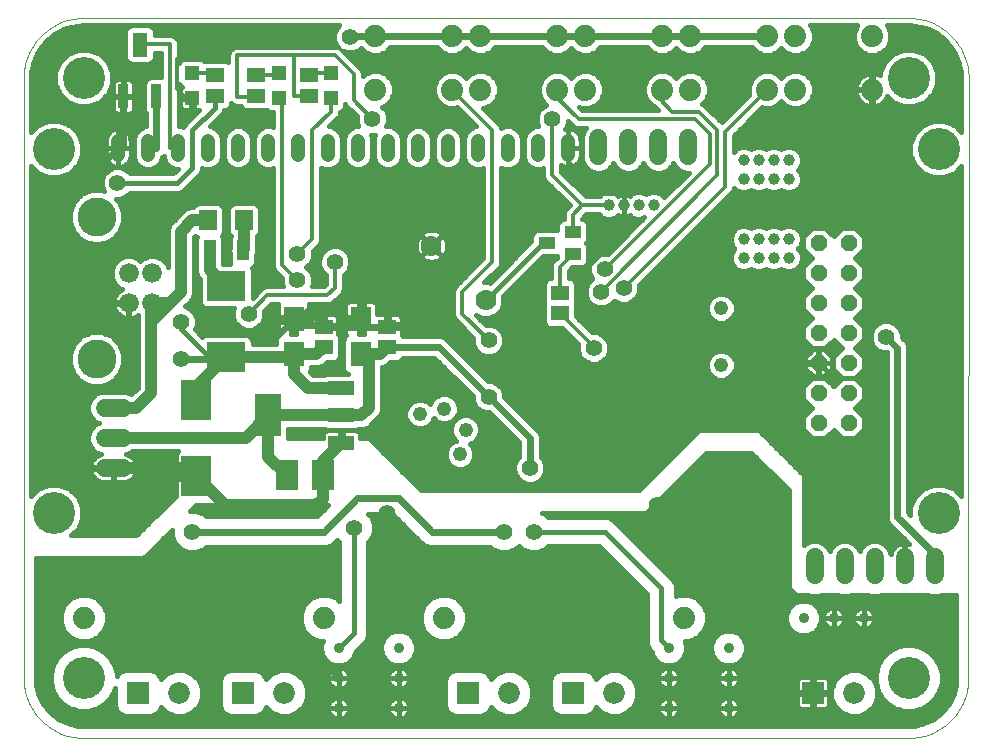
<source format=gtl>
G75*
G70*
%OFA0B0*%
%FSLAX24Y24*%
%IPPOS*%
%LPD*%
%AMOC8*
5,1,8,0,0,1.08239X$1,22.5*
%
%ADD10C,0.0000*%
%ADD11C,0.0480*%
%ADD12R,0.0880X0.0480*%
%ADD13R,0.0866X0.1417*%
%ADD14R,0.0472X0.0472*%
%ADD15R,0.0600X0.0660*%
%ADD16OC8,0.0540*%
%ADD17R,0.0984X0.1378*%
%ADD18R,0.1280X0.0984*%
%ADD19C,0.0740*%
%ADD20C,0.0472*%
%ADD21C,0.1400*%
%ADD22R,0.0728X0.0728*%
%ADD23C,0.0728*%
%ADD24C,0.0360*%
%ADD25C,0.0660*%
%ADD26C,0.1300*%
%ADD27C,0.0700*%
%ADD28R,0.0768X0.0984*%
%ADD29R,0.0709X0.0846*%
%ADD30R,0.0591X0.0512*%
%ADD31R,0.0551X0.0394*%
%ADD32R,0.0394X0.0709*%
%ADD33R,0.0354X0.0787*%
%ADD34R,0.0512X0.0787*%
%ADD35C,0.0600*%
%ADD36C,0.0394*%
%ADD37C,0.0400*%
%ADD38C,0.0560*%
%ADD39C,0.0120*%
%ADD40C,0.0240*%
%ADD41C,0.0160*%
D10*
X011180Y009430D02*
X011180Y029430D01*
X011182Y029525D01*
X011189Y029620D01*
X011200Y029715D01*
X011216Y029809D01*
X011236Y029902D01*
X011261Y029993D01*
X011290Y030084D01*
X011323Y030173D01*
X011361Y030261D01*
X011402Y030346D01*
X011448Y030430D01*
X011497Y030511D01*
X011551Y030590D01*
X011608Y030666D01*
X011669Y030740D01*
X011733Y030810D01*
X011800Y030877D01*
X011870Y030941D01*
X011944Y031002D01*
X012020Y031059D01*
X012099Y031113D01*
X012180Y031162D01*
X012264Y031208D01*
X012349Y031249D01*
X012437Y031287D01*
X012526Y031320D01*
X012617Y031349D01*
X012708Y031374D01*
X012801Y031394D01*
X012895Y031410D01*
X012990Y031421D01*
X013085Y031428D01*
X013180Y031430D01*
X040679Y031430D01*
X040774Y031428D01*
X040869Y031421D01*
X040964Y031410D01*
X041057Y031394D01*
X041150Y031374D01*
X041242Y031349D01*
X041333Y031320D01*
X041422Y031287D01*
X041510Y031249D01*
X041596Y031208D01*
X041679Y031162D01*
X041760Y031112D01*
X041839Y031059D01*
X041915Y031002D01*
X041989Y030941D01*
X042059Y030877D01*
X042127Y030810D01*
X042191Y030740D01*
X042251Y030666D01*
X042308Y030590D01*
X042362Y030511D01*
X042411Y030430D01*
X042457Y030346D01*
X042498Y030261D01*
X042536Y030173D01*
X042569Y030084D01*
X042598Y029993D01*
X042623Y029901D01*
X042643Y029808D01*
X042659Y029714D01*
X042670Y029620D01*
X042677Y029525D01*
X042679Y029429D01*
X042679Y029430D02*
X042673Y009430D01*
X042671Y009335D01*
X042664Y009240D01*
X042653Y009146D01*
X042637Y009052D01*
X042617Y008959D01*
X042592Y008867D01*
X042563Y008776D01*
X042530Y008687D01*
X042492Y008599D01*
X042451Y008514D01*
X042405Y008430D01*
X042356Y008349D01*
X042302Y008270D01*
X042245Y008194D01*
X042185Y008120D01*
X042121Y008050D01*
X042053Y007983D01*
X041983Y007919D01*
X041909Y007858D01*
X041833Y007801D01*
X041754Y007748D01*
X041673Y007698D01*
X041590Y007652D01*
X041504Y007611D01*
X041416Y007573D01*
X041327Y007540D01*
X041237Y007511D01*
X041145Y007486D01*
X041052Y007466D01*
X040958Y007450D01*
X040863Y007439D01*
X040768Y007432D01*
X040673Y007430D01*
X013180Y007430D01*
X013085Y007432D01*
X012990Y007439D01*
X012895Y007450D01*
X012801Y007466D01*
X012708Y007486D01*
X012617Y007511D01*
X012526Y007540D01*
X012437Y007573D01*
X012349Y007611D01*
X012264Y007652D01*
X012180Y007698D01*
X012099Y007747D01*
X012020Y007801D01*
X011944Y007858D01*
X011870Y007919D01*
X011800Y007983D01*
X011733Y008050D01*
X011669Y008120D01*
X011608Y008194D01*
X011551Y008270D01*
X011497Y008349D01*
X011448Y008430D01*
X011402Y008514D01*
X011361Y008599D01*
X011323Y008687D01*
X011290Y008776D01*
X011261Y008867D01*
X011236Y008958D01*
X011216Y009051D01*
X011200Y009145D01*
X011189Y009240D01*
X011182Y009335D01*
X011180Y009430D01*
X011629Y014930D02*
X011631Y014977D01*
X011637Y015023D01*
X011647Y015069D01*
X011660Y015114D01*
X011678Y015157D01*
X011699Y015199D01*
X011723Y015239D01*
X011751Y015276D01*
X011782Y015311D01*
X011816Y015344D01*
X011852Y015373D01*
X011891Y015399D01*
X011932Y015422D01*
X011975Y015441D01*
X012019Y015457D01*
X012064Y015469D01*
X012110Y015477D01*
X012157Y015481D01*
X012203Y015481D01*
X012250Y015477D01*
X012296Y015469D01*
X012341Y015457D01*
X012385Y015441D01*
X012428Y015422D01*
X012469Y015399D01*
X012508Y015373D01*
X012544Y015344D01*
X012578Y015311D01*
X012609Y015276D01*
X012637Y015239D01*
X012661Y015199D01*
X012682Y015157D01*
X012700Y015114D01*
X012713Y015069D01*
X012723Y015023D01*
X012729Y014977D01*
X012731Y014930D01*
X012729Y014883D01*
X012723Y014837D01*
X012713Y014791D01*
X012700Y014746D01*
X012682Y014703D01*
X012661Y014661D01*
X012637Y014621D01*
X012609Y014584D01*
X012578Y014549D01*
X012544Y014516D01*
X012508Y014487D01*
X012469Y014461D01*
X012428Y014438D01*
X012385Y014419D01*
X012341Y014403D01*
X012296Y014391D01*
X012250Y014383D01*
X012203Y014379D01*
X012157Y014379D01*
X012110Y014383D01*
X012064Y014391D01*
X012019Y014403D01*
X011975Y014419D01*
X011932Y014438D01*
X011891Y014461D01*
X011852Y014487D01*
X011816Y014516D01*
X011782Y014549D01*
X011751Y014584D01*
X011723Y014621D01*
X011699Y014661D01*
X011678Y014703D01*
X011660Y014746D01*
X011647Y014791D01*
X011637Y014837D01*
X011631Y014883D01*
X011629Y014930D01*
X011629Y027103D02*
X011631Y027150D01*
X011637Y027196D01*
X011647Y027242D01*
X011660Y027287D01*
X011678Y027330D01*
X011699Y027372D01*
X011723Y027412D01*
X011751Y027449D01*
X011782Y027484D01*
X011816Y027517D01*
X011852Y027546D01*
X011891Y027572D01*
X011932Y027595D01*
X011975Y027614D01*
X012019Y027630D01*
X012064Y027642D01*
X012110Y027650D01*
X012157Y027654D01*
X012203Y027654D01*
X012250Y027650D01*
X012296Y027642D01*
X012341Y027630D01*
X012385Y027614D01*
X012428Y027595D01*
X012469Y027572D01*
X012508Y027546D01*
X012544Y027517D01*
X012578Y027484D01*
X012609Y027449D01*
X012637Y027412D01*
X012661Y027372D01*
X012682Y027330D01*
X012700Y027287D01*
X012713Y027242D01*
X012723Y027196D01*
X012729Y027150D01*
X012731Y027103D01*
X012729Y027056D01*
X012723Y027010D01*
X012713Y026964D01*
X012700Y026919D01*
X012682Y026876D01*
X012661Y026834D01*
X012637Y026794D01*
X012609Y026757D01*
X012578Y026722D01*
X012544Y026689D01*
X012508Y026660D01*
X012469Y026634D01*
X012428Y026611D01*
X012385Y026592D01*
X012341Y026576D01*
X012296Y026564D01*
X012250Y026556D01*
X012203Y026552D01*
X012157Y026552D01*
X012110Y026556D01*
X012064Y026564D01*
X012019Y026576D01*
X011975Y026592D01*
X011932Y026611D01*
X011891Y026634D01*
X011852Y026660D01*
X011816Y026689D01*
X011782Y026722D01*
X011751Y026757D01*
X011723Y026794D01*
X011699Y026834D01*
X011678Y026876D01*
X011660Y026919D01*
X011647Y026964D01*
X011637Y027010D01*
X011631Y027056D01*
X011629Y027103D01*
X041125Y027103D02*
X041127Y027150D01*
X041133Y027196D01*
X041143Y027242D01*
X041156Y027287D01*
X041174Y027330D01*
X041195Y027372D01*
X041219Y027412D01*
X041247Y027449D01*
X041278Y027484D01*
X041312Y027517D01*
X041348Y027546D01*
X041387Y027572D01*
X041428Y027595D01*
X041471Y027614D01*
X041515Y027630D01*
X041560Y027642D01*
X041606Y027650D01*
X041653Y027654D01*
X041699Y027654D01*
X041746Y027650D01*
X041792Y027642D01*
X041837Y027630D01*
X041881Y027614D01*
X041924Y027595D01*
X041965Y027572D01*
X042004Y027546D01*
X042040Y027517D01*
X042074Y027484D01*
X042105Y027449D01*
X042133Y027412D01*
X042157Y027372D01*
X042178Y027330D01*
X042196Y027287D01*
X042209Y027242D01*
X042219Y027196D01*
X042225Y027150D01*
X042227Y027103D01*
X042225Y027056D01*
X042219Y027010D01*
X042209Y026964D01*
X042196Y026919D01*
X042178Y026876D01*
X042157Y026834D01*
X042133Y026794D01*
X042105Y026757D01*
X042074Y026722D01*
X042040Y026689D01*
X042004Y026660D01*
X041965Y026634D01*
X041924Y026611D01*
X041881Y026592D01*
X041837Y026576D01*
X041792Y026564D01*
X041746Y026556D01*
X041699Y026552D01*
X041653Y026552D01*
X041606Y026556D01*
X041560Y026564D01*
X041515Y026576D01*
X041471Y026592D01*
X041428Y026611D01*
X041387Y026634D01*
X041348Y026660D01*
X041312Y026689D01*
X041278Y026722D01*
X041247Y026757D01*
X041219Y026794D01*
X041195Y026834D01*
X041174Y026876D01*
X041156Y026919D01*
X041143Y026964D01*
X041133Y027010D01*
X041127Y027056D01*
X041125Y027103D01*
X041125Y014930D02*
X041127Y014977D01*
X041133Y015023D01*
X041143Y015069D01*
X041156Y015114D01*
X041174Y015157D01*
X041195Y015199D01*
X041219Y015239D01*
X041247Y015276D01*
X041278Y015311D01*
X041312Y015344D01*
X041348Y015373D01*
X041387Y015399D01*
X041428Y015422D01*
X041471Y015441D01*
X041515Y015457D01*
X041560Y015469D01*
X041606Y015477D01*
X041653Y015481D01*
X041699Y015481D01*
X041746Y015477D01*
X041792Y015469D01*
X041837Y015457D01*
X041881Y015441D01*
X041924Y015422D01*
X041965Y015399D01*
X042004Y015373D01*
X042040Y015344D01*
X042074Y015311D01*
X042105Y015276D01*
X042133Y015239D01*
X042157Y015199D01*
X042178Y015157D01*
X042196Y015114D01*
X042209Y015069D01*
X042219Y015023D01*
X042225Y014977D01*
X042227Y014930D01*
X042225Y014883D01*
X042219Y014837D01*
X042209Y014791D01*
X042196Y014746D01*
X042178Y014703D01*
X042157Y014661D01*
X042133Y014621D01*
X042105Y014584D01*
X042074Y014549D01*
X042040Y014516D01*
X042004Y014487D01*
X041965Y014461D01*
X041924Y014438D01*
X041881Y014419D01*
X041837Y014403D01*
X041792Y014391D01*
X041746Y014383D01*
X041699Y014379D01*
X041653Y014379D01*
X041606Y014383D01*
X041560Y014391D01*
X041515Y014403D01*
X041471Y014419D01*
X041428Y014438D01*
X041387Y014461D01*
X041348Y014487D01*
X041312Y014516D01*
X041278Y014549D01*
X041247Y014584D01*
X041219Y014621D01*
X041195Y014661D01*
X041174Y014703D01*
X041156Y014746D01*
X041143Y014791D01*
X041133Y014837D01*
X041127Y014883D01*
X041125Y014930D01*
D11*
X034430Y019855D03*
X034430Y021755D03*
X025909Y017701D03*
X025727Y016883D03*
X025201Y018409D03*
X024383Y018227D03*
D12*
X021775Y018180D03*
X021775Y019090D03*
X021775Y017270D03*
D13*
X019335Y018180D03*
D14*
X019680Y028767D03*
X019680Y029593D03*
X021430Y029593D03*
X021430Y028767D03*
X016805Y028767D03*
X016805Y029593D03*
D15*
X017330Y024680D03*
X018530Y024680D03*
D16*
X037680Y023930D03*
X037680Y022930D03*
X038680Y022930D03*
X038680Y023930D03*
X038680Y021930D03*
X038680Y020930D03*
X037680Y020930D03*
X037680Y021930D03*
X037680Y019930D03*
X037680Y018930D03*
X038680Y018930D03*
X038680Y019930D03*
X038680Y017930D03*
X037680Y017930D03*
D17*
X016930Y018710D03*
X016930Y016150D03*
D18*
X017930Y020124D03*
X017930Y022486D03*
D19*
X022900Y029040D03*
X022900Y030820D03*
X025460Y030820D03*
X026400Y030820D03*
X026400Y029040D03*
X025460Y029040D03*
X028960Y029040D03*
X029900Y029040D03*
X029900Y030820D03*
X028960Y030820D03*
X032460Y030820D03*
X033400Y030820D03*
X033400Y029040D03*
X032460Y029040D03*
X035960Y029040D03*
X036900Y029040D03*
X036900Y030820D03*
X035960Y030820D03*
X039460Y030820D03*
X039460Y029040D03*
X033180Y011430D03*
X025180Y011430D03*
X021180Y011430D03*
X013180Y011430D03*
D20*
X014330Y026867D02*
X014330Y027339D01*
X015330Y027339D02*
X015330Y026867D01*
X016330Y026867D02*
X016330Y027339D01*
X017330Y027339D02*
X017330Y026867D01*
X018330Y026867D02*
X018330Y027339D01*
X019330Y027339D02*
X019330Y026867D01*
X020330Y026867D02*
X020330Y027339D01*
X021330Y027339D02*
X021330Y026867D01*
X022330Y026867D02*
X022330Y027339D01*
X023330Y027339D02*
X023330Y026867D01*
X024330Y026867D02*
X024330Y027339D01*
X025330Y027339D02*
X025330Y026867D01*
X026330Y026867D02*
X026330Y027339D01*
X027330Y027339D02*
X027330Y026867D01*
X028330Y026867D02*
X028330Y027339D01*
X029330Y027339D02*
X029330Y026867D01*
D21*
X040680Y029430D03*
X041680Y027055D03*
X041680Y014930D03*
X040680Y009430D03*
X013180Y009430D03*
X012180Y014930D03*
X012180Y027055D03*
X013180Y029430D03*
D22*
X014991Y008930D03*
X018491Y008930D03*
X025991Y008930D03*
X029491Y008930D03*
X037491Y008930D03*
D23*
X038869Y008930D03*
X030869Y008930D03*
X027369Y008930D03*
X019869Y008930D03*
X016369Y008930D03*
D24*
X021680Y008430D03*
X021680Y009430D03*
X021680Y010430D03*
X023680Y010430D03*
X023680Y009430D03*
X023680Y008430D03*
X032680Y008430D03*
X032680Y009430D03*
X032680Y010430D03*
X034680Y010430D03*
X034680Y009430D03*
X034680Y008430D03*
X037180Y011430D03*
X038180Y011430D03*
X039180Y011430D03*
D25*
X015460Y021938D03*
X014680Y021938D03*
X014680Y022922D03*
X015460Y022922D03*
D26*
X013610Y024800D03*
X013610Y020060D03*
D27*
X024775Y023835D03*
X026585Y022025D03*
D28*
X021155Y016180D03*
X019955Y016180D03*
D29*
X020180Y020224D03*
X020180Y021386D03*
X022430Y021386D03*
X022430Y020224D03*
D30*
X023305Y020470D03*
X023305Y021140D03*
X021180Y021140D03*
X021180Y020470D03*
X029055Y021595D03*
X029055Y022265D03*
X020680Y028845D03*
X020680Y029515D03*
X018930Y029515D03*
X018930Y028845D03*
X017555Y028845D03*
X017555Y029515D03*
D31*
X028622Y023930D03*
X029488Y023556D03*
X029488Y024304D03*
D32*
X018481Y023680D03*
X017379Y023680D03*
D33*
X015606Y028814D03*
X014504Y028814D03*
D34*
X015055Y030546D03*
D35*
X030337Y027414D02*
X030337Y026814D01*
X031337Y026814D02*
X031337Y027414D01*
X032337Y027414D02*
X032337Y026814D01*
X033337Y026814D02*
X033337Y027414D01*
X014480Y018430D02*
X013880Y018430D01*
X013880Y017430D02*
X014480Y017430D01*
X014480Y016430D02*
X013880Y016430D01*
X037547Y013450D02*
X037547Y012850D01*
X038547Y012850D02*
X038547Y013450D01*
X039547Y013450D02*
X039547Y012850D01*
X040547Y012850D02*
X040547Y013450D01*
X041547Y013450D02*
X041547Y012850D01*
D36*
X036680Y023430D03*
X036180Y023430D03*
X035680Y023430D03*
X035180Y023430D03*
X035180Y024055D03*
X035680Y024055D03*
X036180Y024055D03*
X036680Y024055D03*
X036680Y026055D03*
X036180Y026055D03*
X035680Y026055D03*
X035180Y026055D03*
X035180Y026680D03*
X035680Y026680D03*
X036180Y026680D03*
X036680Y026680D03*
X032180Y025180D03*
X031680Y025180D03*
X031180Y025180D03*
X030680Y025180D03*
D37*
X023305Y020470D02*
X023059Y020224D01*
X022430Y020224D01*
X022680Y019974D01*
X022680Y018430D01*
X022430Y018180D01*
X021775Y018180D01*
X019335Y018180D01*
X019335Y016800D01*
X019955Y016180D01*
X021155Y016180D02*
X021155Y015405D01*
X020930Y015180D01*
X017900Y015180D01*
X016930Y016150D01*
X016650Y016430D01*
X014180Y016430D01*
X014180Y017430D02*
X018585Y017430D01*
X019335Y018180D01*
X020645Y019090D02*
X020180Y019555D01*
X020180Y020224D01*
X020934Y020224D01*
X021180Y020470D01*
X020180Y020224D02*
X020080Y020124D01*
X017930Y020124D01*
X016930Y019124D01*
X016930Y018710D01*
X015430Y018930D02*
X015430Y021305D01*
X016055Y021930D01*
X016430Y022305D01*
X016430Y024305D01*
X016805Y024680D01*
X017330Y024680D01*
X017379Y023680D02*
X017379Y023037D01*
X017930Y022486D01*
X018481Y023680D02*
X018530Y023729D01*
X018530Y024680D01*
X016055Y021930D02*
X015468Y021930D01*
X015460Y021938D01*
X015430Y021908D01*
X015430Y021305D01*
X015430Y018930D02*
X014930Y018430D01*
X014180Y018430D01*
X020645Y019090D02*
X021775Y019090D01*
X021775Y017270D02*
X021155Y016650D01*
X021155Y016180D01*
D38*
X022180Y014430D03*
X023305Y014930D03*
X024805Y012430D03*
X027180Y014305D03*
X028180Y014305D03*
X030305Y015930D03*
X032305Y015180D03*
X032805Y017180D03*
X030180Y020430D03*
X031055Y020555D03*
X030430Y022305D03*
X031180Y022430D03*
X030555Y023055D03*
X026680Y020680D03*
X026680Y018805D03*
X028055Y016430D03*
X023555Y019430D03*
X024305Y021180D03*
X021555Y023305D03*
X020305Y023555D03*
X020305Y022680D03*
X020805Y021555D03*
X018680Y021555D03*
X017305Y021305D03*
X016430Y021305D03*
X016430Y020055D03*
X013305Y021430D03*
X012305Y023680D03*
X014305Y025930D03*
X013555Y027930D03*
X022055Y030805D03*
X022930Y029930D03*
X022805Y028055D03*
X026430Y029930D03*
X028805Y028055D03*
X029930Y029930D03*
X033430Y029930D03*
X036930Y029930D03*
X039555Y027680D03*
X038305Y026430D03*
X041805Y025305D03*
X039930Y020805D03*
X035805Y021930D03*
X039055Y016930D03*
X041555Y016930D03*
X036180Y008305D03*
X024680Y008305D03*
X016805Y014305D03*
X015430Y012555D03*
X012305Y016680D03*
D39*
X018680Y021555D02*
X019305Y022180D01*
X021305Y022180D01*
X021555Y022430D01*
X021555Y023305D01*
X020805Y024055D02*
X020805Y027680D01*
X021430Y028305D01*
X021430Y028767D01*
X022180Y028680D02*
X022805Y028055D01*
X022180Y028680D02*
X022180Y029555D01*
X021555Y030180D01*
X020180Y030180D01*
X020180Y028845D01*
X020680Y028845D01*
X019805Y028642D02*
X019680Y028767D01*
X019805Y028642D02*
X019805Y023180D01*
X020305Y022680D01*
X020305Y023555D02*
X020805Y024055D01*
X020805Y021555D02*
X021180Y021180D01*
X021180Y021140D01*
X020934Y021386D01*
X020305Y021180D02*
X020180Y021305D01*
X022184Y021140D02*
X022430Y021386D01*
X022369Y021325D01*
X022369Y021278D01*
X022508Y021140D01*
X025805Y021555D02*
X026680Y020680D01*
X025805Y021555D02*
X025805Y022305D01*
X026805Y023305D01*
X026805Y027695D01*
X025460Y029040D01*
X026430Y029930D02*
X022930Y029930D01*
X022180Y029930D01*
X021680Y030430D01*
X016680Y030430D01*
X015930Y031180D01*
X014504Y031180D01*
X014504Y028814D01*
X016305Y029055D02*
X016593Y028767D01*
X016805Y028767D01*
X016305Y029055D02*
X016305Y030055D01*
X016680Y030430D01*
X016055Y030555D02*
X015055Y030555D01*
X015055Y030546D01*
X016055Y030555D02*
X016055Y027103D01*
X016330Y027103D01*
X018305Y028805D02*
X018930Y028805D01*
X018930Y028845D01*
X018305Y028805D02*
X018305Y030180D01*
X020180Y030180D01*
X019680Y029593D02*
X019680Y029515D01*
X019055Y029515D01*
X018930Y029515D01*
X018759Y029515D01*
X017555Y029515D02*
X017226Y029593D01*
X016805Y029593D01*
X020680Y029515D02*
X020759Y029593D01*
X021430Y029593D01*
X022055Y030805D02*
X022070Y030820D01*
X026430Y029930D02*
X029930Y029930D01*
X033430Y029930D01*
X036930Y029930D01*
X035960Y029040D02*
X034555Y027635D01*
X034555Y025805D01*
X031180Y022430D01*
X030430Y022305D02*
X034305Y026180D01*
X034305Y027680D01*
X033680Y028305D01*
X032805Y028305D01*
X032430Y028680D01*
X032430Y029010D01*
X032431Y029019D01*
X032436Y029028D01*
X032442Y029034D01*
X032451Y029039D01*
X032460Y029040D01*
X033555Y028055D02*
X029680Y028055D01*
X028960Y028775D01*
X028960Y029040D01*
X028805Y028055D02*
X028805Y026180D01*
X029805Y025180D01*
X029488Y024863D01*
X029488Y024304D01*
X029488Y023556D02*
X029055Y023123D01*
X029055Y022265D01*
X029055Y021595D02*
X030180Y020470D01*
X030180Y020430D01*
X031055Y020555D02*
X029805Y021805D01*
X029805Y022930D01*
X031180Y024305D01*
X031180Y025180D01*
X031180Y025555D01*
X030430Y025555D01*
X029305Y026680D01*
X029305Y027079D01*
X029330Y027103D01*
X029805Y025180D02*
X030680Y025180D01*
X030555Y023055D02*
X034055Y026555D01*
X034055Y027555D01*
X033555Y028055D01*
D40*
X032460Y030820D02*
X035960Y030820D01*
X032460Y030820D02*
X028960Y030820D01*
X025460Y030820D01*
X022070Y030820D01*
X015606Y028814D02*
X015606Y027103D01*
X015330Y027103D01*
X014504Y027103D02*
X014330Y027103D01*
X012305Y025079D01*
X012305Y021930D01*
X014672Y021930D01*
X014680Y021938D01*
X012305Y021930D02*
X012305Y016680D01*
X012305Y016430D01*
X012430Y016430D01*
X014180Y016430D01*
X016805Y014305D02*
X021180Y014305D01*
X022305Y015430D01*
X023680Y015430D01*
X024805Y014305D01*
X027180Y014305D01*
X028055Y016430D02*
X028055Y017430D01*
X026680Y018805D01*
X025015Y020470D01*
X023305Y020470D01*
X023305Y021140D02*
X022508Y021140D01*
X022184Y021140D02*
X021180Y021140D01*
X021180Y021180D02*
X020305Y021180D01*
X020180Y021386D02*
X019724Y020930D01*
X017680Y020930D01*
X017305Y021305D01*
X017874Y020180D02*
X017930Y020124D01*
X017874Y020180D02*
X017749Y020055D01*
X016430Y020055D01*
X023305Y021140D02*
X023345Y021180D01*
X024305Y021180D01*
X031055Y020555D02*
X031180Y020555D01*
X033055Y022430D01*
X035305Y022430D01*
X035805Y021930D01*
X035805Y021430D01*
X037305Y019930D01*
X037680Y019930D01*
X039930Y020805D02*
X040305Y020430D01*
X040305Y014805D01*
X041555Y013555D01*
X041547Y013150D01*
X036180Y011305D02*
X036180Y008305D01*
X036180Y011305D02*
X032305Y015180D01*
X024680Y010680D02*
X024680Y008305D01*
X024680Y010680D02*
X023305Y012055D01*
X023305Y014930D01*
X018555Y012555D02*
X021680Y009430D01*
X018555Y012555D02*
X015430Y012555D01*
X014504Y027103D02*
X014504Y028814D01*
D41*
X011670Y008902D02*
X011825Y008579D01*
X012049Y008299D01*
X012329Y008075D01*
X012652Y007920D01*
X013001Y007840D01*
X013180Y007830D01*
X040673Y007830D01*
X040852Y007840D01*
X041201Y007920D01*
X041524Y008075D01*
X041524Y008075D01*
X041804Y008299D01*
X042028Y008579D01*
X042183Y008902D01*
X042263Y009251D01*
X042273Y009430D01*
X042273Y009430D01*
X042273Y009510D01*
X042273Y009510D01*
X042274Y012180D01*
X041758Y012180D01*
X041686Y012150D01*
X041408Y012150D01*
X041335Y012180D01*
X039758Y012180D01*
X039686Y012150D01*
X039408Y012150D01*
X039335Y012180D01*
X038758Y012180D01*
X038686Y012150D01*
X038408Y012150D01*
X038335Y012180D01*
X037758Y012180D01*
X037686Y012150D01*
X037408Y012150D01*
X037335Y012180D01*
X036930Y012180D01*
X036680Y012430D01*
X036680Y015680D01*
X035430Y016930D01*
X033930Y016930D01*
X031930Y014930D01*
X028448Y014930D01*
X028565Y014881D01*
X028662Y014785D01*
X030650Y014785D01*
X030827Y014712D01*
X030962Y014577D01*
X032702Y012837D01*
X032837Y012702D01*
X032910Y012525D01*
X032910Y012152D01*
X033027Y012200D01*
X033333Y012200D01*
X033616Y012083D01*
X033833Y011866D01*
X033950Y011583D01*
X033950Y011277D01*
X033833Y010994D01*
X033616Y010777D01*
X033333Y010660D01*
X033213Y010660D01*
X033260Y010545D01*
X033260Y010315D01*
X033172Y010101D01*
X033009Y009938D01*
X032795Y009850D01*
X032565Y009850D01*
X032351Y009938D01*
X032188Y010101D01*
X032100Y010315D01*
X032100Y010331D01*
X032023Y010408D01*
X031950Y010585D01*
X031950Y012231D01*
X030356Y013825D01*
X028662Y013825D01*
X028565Y013729D01*
X028315Y013625D01*
X028045Y013625D01*
X027795Y013729D01*
X027680Y013843D01*
X027565Y013729D01*
X027315Y013625D01*
X027045Y013625D01*
X026795Y013729D01*
X026738Y013785D01*
X024702Y013785D01*
X024510Y013864D01*
X024364Y014010D01*
X023465Y014910D01*
X022662Y014910D01*
X022756Y014815D01*
X022860Y014565D01*
X022860Y014295D01*
X022756Y014045D01*
X022660Y013948D01*
X022660Y010835D01*
X022587Y010658D01*
X022260Y010331D01*
X022260Y010315D01*
X022172Y010101D01*
X022009Y009938D01*
X021795Y009850D01*
X021565Y009850D01*
X021351Y009938D01*
X021188Y010101D01*
X021100Y010315D01*
X021100Y010545D01*
X021147Y010660D01*
X021027Y010660D01*
X020744Y010777D01*
X020527Y010994D01*
X020410Y011277D01*
X020410Y011583D01*
X020527Y011866D01*
X020744Y012083D01*
X021027Y012200D01*
X021333Y012200D01*
X021616Y012083D01*
X021700Y011999D01*
X021700Y013948D01*
X021629Y014019D01*
X021475Y013864D01*
X021283Y013785D01*
X017247Y013785D01*
X017190Y013729D01*
X016940Y013625D01*
X016670Y013625D01*
X016420Y013729D01*
X016229Y013920D01*
X016125Y014170D01*
X016125Y014375D01*
X015180Y013430D01*
X011580Y013430D01*
X011580Y009430D01*
X011590Y009251D01*
X011670Y008902D01*
X011691Y008857D02*
X012241Y008857D01*
X012300Y008755D02*
X012505Y008550D01*
X012755Y008405D01*
X013035Y008330D01*
X013325Y008330D01*
X013605Y008405D01*
X013855Y008550D01*
X014060Y008755D01*
X014205Y009005D01*
X014227Y009087D01*
X014227Y008486D01*
X014288Y008339D01*
X014400Y008227D01*
X014547Y008166D01*
X015435Y008166D01*
X015582Y008227D01*
X015694Y008339D01*
X015748Y008470D01*
X015936Y008282D01*
X016217Y008166D01*
X016521Y008166D01*
X016802Y008282D01*
X017017Y008497D01*
X017133Y008778D01*
X017133Y009082D01*
X017017Y009363D01*
X016802Y009578D01*
X016521Y009694D01*
X016217Y009694D01*
X015936Y009578D01*
X015748Y009390D01*
X015694Y009521D01*
X015582Y009633D01*
X015435Y009694D01*
X014547Y009694D01*
X014400Y009633D01*
X014288Y009521D01*
X014280Y009502D01*
X014280Y009575D01*
X014205Y009855D01*
X014060Y010105D01*
X013855Y010310D01*
X013605Y010455D01*
X013325Y010530D01*
X013035Y010530D01*
X012755Y010455D01*
X012505Y010310D01*
X012300Y010105D01*
X012155Y009855D01*
X012080Y009575D01*
X012080Y009285D01*
X012155Y009005D01*
X012300Y008755D01*
X012356Y008698D02*
X011768Y008698D01*
X011857Y008540D02*
X012522Y008540D01*
X012845Y008381D02*
X011983Y008381D01*
X012144Y008223D02*
X014410Y008223D01*
X014270Y008381D02*
X013515Y008381D01*
X013838Y008540D02*
X014227Y008540D01*
X014227Y008698D02*
X014004Y008698D01*
X014119Y008857D02*
X014227Y008857D01*
X014227Y009015D02*
X014208Y009015D01*
X014260Y009649D02*
X014438Y009649D01*
X014218Y009808D02*
X039642Y009808D01*
X039655Y009855D02*
X039580Y009575D01*
X039580Y009285D01*
X039655Y009005D01*
X039800Y008755D01*
X040005Y008550D01*
X040255Y008405D01*
X040535Y008330D01*
X040825Y008330D01*
X041105Y008405D01*
X041355Y008550D01*
X041560Y008755D01*
X041705Y009005D01*
X041780Y009285D01*
X041780Y009575D01*
X041705Y009855D01*
X041560Y010105D01*
X041355Y010310D01*
X041105Y010455D01*
X040825Y010530D01*
X040535Y010530D01*
X040255Y010455D01*
X040005Y010310D01*
X039800Y010105D01*
X039655Y009855D01*
X039719Y009966D02*
X035036Y009966D01*
X035009Y009938D02*
X035172Y010101D01*
X035260Y010315D01*
X035260Y010545D01*
X035172Y010759D01*
X035009Y010922D01*
X034795Y011010D01*
X034565Y011010D01*
X034351Y010922D01*
X034188Y010759D01*
X034100Y010545D01*
X034100Y010315D01*
X034188Y010101D01*
X034351Y009938D01*
X034565Y009850D01*
X034795Y009850D01*
X035009Y009938D01*
X034851Y009749D02*
X034785Y009776D01*
X034715Y009790D01*
X034680Y009790D01*
X034680Y009430D01*
X035040Y009430D01*
X035040Y009465D01*
X035026Y009535D01*
X034999Y009601D01*
X034960Y009659D01*
X034909Y009710D01*
X034851Y009749D01*
X034967Y009649D02*
X038608Y009649D01*
X038717Y009694D02*
X038436Y009578D01*
X038221Y009363D01*
X038105Y009082D01*
X038105Y008778D01*
X038221Y008497D01*
X038436Y008282D01*
X038717Y008166D01*
X039021Y008166D01*
X039302Y008282D01*
X039517Y008497D01*
X039633Y008778D01*
X039633Y009082D01*
X039517Y009363D01*
X039302Y009578D01*
X039021Y009694D01*
X038717Y009694D01*
X039130Y009649D02*
X039600Y009649D01*
X039580Y009491D02*
X039389Y009491D01*
X039530Y009332D02*
X039580Y009332D01*
X039595Y009174D02*
X039610Y009174D01*
X039633Y009015D02*
X039652Y009015D01*
X039633Y008857D02*
X039741Y008857D01*
X039856Y008698D02*
X039600Y008698D01*
X039534Y008540D02*
X040022Y008540D01*
X040345Y008381D02*
X039401Y008381D01*
X039158Y008223D02*
X041709Y008223D01*
X041870Y008381D02*
X041015Y008381D01*
X041338Y008540D02*
X041996Y008540D01*
X042085Y008698D02*
X041504Y008698D01*
X041619Y008857D02*
X042161Y008857D01*
X042209Y009015D02*
X041708Y009015D01*
X041750Y009174D02*
X042245Y009174D01*
X042267Y009332D02*
X041780Y009332D01*
X041780Y009491D02*
X042273Y009491D01*
X042273Y009649D02*
X041760Y009649D01*
X041718Y009808D02*
X042273Y009808D01*
X042273Y009966D02*
X041641Y009966D01*
X041541Y010125D02*
X042273Y010125D01*
X042273Y010283D02*
X041383Y010283D01*
X041128Y010442D02*
X042273Y010442D01*
X042273Y010600D02*
X035237Y010600D01*
X035260Y010442D02*
X040232Y010442D01*
X039977Y010283D02*
X035247Y010283D01*
X035181Y010125D02*
X039819Y010125D01*
X039351Y011111D02*
X039409Y011150D01*
X039460Y011201D01*
X039499Y011259D01*
X039526Y011325D01*
X039540Y011395D01*
X039540Y011430D01*
X039540Y011465D01*
X039526Y011535D01*
X039499Y011601D01*
X039460Y011659D01*
X039409Y011710D01*
X039351Y011749D01*
X039285Y011776D01*
X039215Y011790D01*
X039180Y011790D01*
X039180Y011430D01*
X039180Y011430D01*
X039540Y011430D01*
X039180Y011430D01*
X039180Y011430D01*
X039180Y011430D01*
X038820Y011430D01*
X038820Y011465D01*
X038834Y011535D01*
X038861Y011601D01*
X038900Y011659D01*
X038951Y011710D01*
X039009Y011749D01*
X039075Y011776D01*
X039145Y011790D01*
X039180Y011790D01*
X039180Y011430D01*
X039180Y011070D01*
X039215Y011070D01*
X039285Y011084D01*
X039351Y011111D01*
X039243Y011076D02*
X042273Y011076D01*
X042273Y011234D02*
X039482Y011234D01*
X039540Y011393D02*
X042273Y011393D01*
X042274Y011551D02*
X039520Y011551D01*
X039410Y011710D02*
X042274Y011710D01*
X042274Y011868D02*
X037562Y011868D01*
X037509Y011922D02*
X037672Y011759D01*
X037760Y011545D01*
X037760Y011315D01*
X037672Y011101D01*
X037509Y010938D01*
X037295Y010850D01*
X037065Y010850D01*
X036851Y010938D01*
X036688Y011101D01*
X036600Y011315D01*
X036600Y011545D01*
X036688Y011759D01*
X036851Y011922D01*
X037065Y012010D01*
X037295Y012010D01*
X037509Y011922D01*
X037692Y011710D02*
X037950Y011710D01*
X037951Y011710D02*
X037900Y011659D01*
X037861Y011601D01*
X037834Y011535D01*
X037820Y011465D01*
X037820Y011430D01*
X038180Y011430D01*
X038180Y011430D01*
X038180Y011790D01*
X038215Y011790D01*
X038285Y011776D01*
X038351Y011749D01*
X038409Y011710D01*
X038460Y011659D01*
X038499Y011601D01*
X038526Y011535D01*
X038540Y011465D01*
X038540Y011430D01*
X038180Y011430D01*
X038180Y011430D01*
X038180Y011430D01*
X038180Y011790D01*
X038145Y011790D01*
X038075Y011776D01*
X038009Y011749D01*
X037951Y011710D01*
X037840Y011551D02*
X037758Y011551D01*
X037820Y011430D02*
X037820Y011395D01*
X037834Y011325D01*
X037861Y011259D01*
X037900Y011201D01*
X037951Y011150D01*
X038009Y011111D01*
X038075Y011084D01*
X038145Y011070D01*
X038180Y011070D01*
X038215Y011070D01*
X038285Y011084D01*
X038351Y011111D01*
X038409Y011150D01*
X038460Y011201D01*
X038499Y011259D01*
X038526Y011325D01*
X038540Y011395D01*
X038540Y011430D01*
X038180Y011430D01*
X038180Y011070D01*
X038180Y011430D01*
X038180Y011430D01*
X037820Y011430D01*
X037820Y011393D02*
X037760Y011393D01*
X037727Y011234D02*
X037878Y011234D01*
X037646Y011076D02*
X038117Y011076D01*
X038180Y011076D02*
X038180Y011076D01*
X038243Y011076D02*
X039117Y011076D01*
X039145Y011070D02*
X039075Y011084D01*
X039009Y011111D01*
X038951Y011150D01*
X038900Y011201D01*
X038861Y011259D01*
X038834Y011325D01*
X038820Y011395D01*
X038820Y011430D01*
X039180Y011430D01*
X039180Y011430D01*
X039180Y011070D01*
X039145Y011070D01*
X039180Y011076D02*
X039180Y011076D01*
X039180Y011234D02*
X039180Y011234D01*
X039180Y011393D02*
X039180Y011393D01*
X039180Y011551D02*
X039180Y011551D01*
X039180Y011710D02*
X039180Y011710D01*
X038950Y011710D02*
X038410Y011710D01*
X038520Y011551D02*
X038840Y011551D01*
X038820Y011393D02*
X038540Y011393D01*
X038482Y011234D02*
X038878Y011234D01*
X038180Y011234D02*
X038180Y011234D01*
X038180Y011393D02*
X038180Y011393D01*
X038180Y011551D02*
X038180Y011551D01*
X038180Y011710D02*
X038180Y011710D01*
X037457Y010917D02*
X042273Y010917D01*
X042273Y010759D02*
X035172Y010759D01*
X035013Y010917D02*
X036903Y010917D01*
X036714Y011076D02*
X033867Y011076D01*
X033932Y011234D02*
X036633Y011234D01*
X036600Y011393D02*
X033950Y011393D01*
X033950Y011551D02*
X036602Y011551D01*
X036668Y011710D02*
X033898Y011710D01*
X033831Y011868D02*
X036798Y011868D01*
X036925Y012185D02*
X033369Y012185D01*
X033672Y012027D02*
X042274Y012027D01*
X040567Y013170D02*
X040527Y013170D01*
X040527Y013930D01*
X040509Y013930D01*
X040434Y013918D01*
X040363Y013895D01*
X040295Y013861D01*
X040234Y013816D01*
X040181Y013763D01*
X040136Y013702D01*
X040102Y013634D01*
X040081Y013571D01*
X040005Y013756D01*
X039853Y013908D01*
X039654Y013990D01*
X039439Y013990D01*
X039241Y013908D01*
X039089Y013756D01*
X039047Y013654D01*
X039005Y013756D01*
X038853Y013908D01*
X038654Y013990D01*
X038439Y013990D01*
X038241Y013908D01*
X038089Y013756D01*
X038047Y013654D01*
X038005Y013756D01*
X037853Y013908D01*
X037654Y013990D01*
X037439Y013990D01*
X037241Y013908D01*
X037180Y013847D01*
X037180Y016180D01*
X035680Y017680D01*
X033680Y017680D01*
X031680Y015680D01*
X024430Y015680D01*
X022680Y017430D01*
X022395Y017430D01*
X022395Y017534D01*
X022383Y017579D01*
X022359Y017621D01*
X022326Y017654D01*
X022284Y017678D01*
X022239Y017690D01*
X021815Y017690D01*
X021815Y017430D01*
X021735Y017430D01*
X021735Y017690D01*
X021311Y017690D01*
X021266Y017678D01*
X021224Y017654D01*
X021191Y017621D01*
X021167Y017579D01*
X021155Y017534D01*
X021155Y017430D01*
X020008Y017430D01*
X020008Y017740D01*
X021196Y017740D01*
X021199Y017737D01*
X021287Y017700D01*
X022263Y017700D01*
X022351Y017737D01*
X022354Y017740D01*
X022518Y017740D01*
X022679Y017807D01*
X022929Y018057D01*
X023053Y018181D01*
X023120Y018342D01*
X023120Y019784D01*
X023146Y019784D01*
X023308Y019851D01*
X023431Y019974D01*
X023648Y019974D01*
X023736Y020011D01*
X023804Y020078D01*
X023817Y020110D01*
X024866Y020110D01*
X026160Y018816D01*
X026160Y018702D01*
X026239Y018510D01*
X026385Y018364D01*
X026577Y018285D01*
X026691Y018285D01*
X027695Y017281D01*
X027695Y016805D01*
X027614Y016725D01*
X027535Y016533D01*
X027535Y016327D01*
X027614Y016135D01*
X027760Y015989D01*
X027952Y015910D01*
X028158Y015910D01*
X028350Y015989D01*
X028496Y016135D01*
X028575Y016327D01*
X028575Y016533D01*
X028496Y016725D01*
X028415Y016805D01*
X028415Y017502D01*
X028360Y017634D01*
X028259Y017735D01*
X027200Y018794D01*
X027200Y018908D01*
X027121Y019100D01*
X026975Y019246D01*
X026783Y019325D01*
X026669Y019325D01*
X025219Y020776D01*
X025086Y020830D01*
X023817Y020830D01*
X023804Y020862D01*
X023780Y020886D01*
X023780Y021092D01*
X023353Y021092D01*
X023353Y021188D01*
X023257Y021188D01*
X023257Y021576D01*
X022986Y021576D01*
X022964Y021570D01*
X022964Y021833D01*
X022952Y021878D01*
X022928Y021919D01*
X022895Y021953D01*
X022854Y021977D01*
X022808Y021989D01*
X022510Y021989D01*
X022510Y021466D01*
X022350Y021466D01*
X022350Y021989D01*
X022052Y021989D01*
X022006Y021977D01*
X021965Y021953D01*
X021932Y021919D01*
X021908Y021878D01*
X021896Y021833D01*
X021896Y021466D01*
X022350Y021466D01*
X022350Y021306D01*
X021896Y021306D01*
X021896Y020939D01*
X021908Y020893D01*
X021932Y020852D01*
X021936Y020847D01*
X021872Y020783D01*
X021836Y020695D01*
X021836Y019753D01*
X021872Y019665D01*
X021940Y019598D01*
X022006Y019570D01*
X021287Y019570D01*
X021199Y019533D01*
X021196Y019530D01*
X020827Y019530D01*
X020715Y019642D01*
X020738Y019665D01*
X020774Y019753D01*
X020774Y019784D01*
X021021Y019784D01*
X021183Y019851D01*
X021306Y019974D01*
X021523Y019974D01*
X021611Y020011D01*
X021679Y020078D01*
X021715Y020167D01*
X021715Y020774D01*
X021679Y020862D01*
X021655Y020886D01*
X021655Y021092D01*
X021228Y021092D01*
X021228Y021188D01*
X021132Y021188D01*
X021132Y021576D01*
X020861Y021576D01*
X020815Y021563D01*
X020774Y021540D01*
X020741Y021506D01*
X020717Y021465D01*
X020705Y021419D01*
X020705Y021306D01*
X020260Y021306D01*
X020260Y021466D01*
X020714Y021466D01*
X020714Y021833D01*
X020702Y021878D01*
X020701Y021880D01*
X021365Y021880D01*
X021475Y021926D01*
X021725Y022176D01*
X021809Y022260D01*
X021855Y022370D01*
X021855Y022870D01*
X021996Y023010D01*
X022075Y023202D01*
X022075Y023408D01*
X021996Y023600D01*
X021850Y023746D01*
X021658Y023825D01*
X021452Y023825D01*
X021260Y023746D01*
X021114Y023600D01*
X021035Y023408D01*
X021035Y023202D01*
X021114Y023010D01*
X021255Y022870D01*
X021255Y022554D01*
X021181Y022480D01*
X020785Y022480D01*
X020825Y022577D01*
X020825Y022783D01*
X020746Y022975D01*
X020603Y023117D01*
X020746Y023260D01*
X020825Y023452D01*
X020825Y023651D01*
X020975Y023801D01*
X021059Y023885D01*
X021105Y023995D01*
X021105Y026445D01*
X021235Y026391D01*
X021424Y026391D01*
X021599Y026463D01*
X021733Y026597D01*
X021806Y026772D01*
X021806Y027434D01*
X021733Y027609D01*
X021599Y027743D01*
X021424Y027816D01*
X021365Y027816D01*
X021600Y028051D01*
X021684Y028135D01*
X021730Y028245D01*
X021730Y028297D01*
X021802Y028327D01*
X021870Y028394D01*
X021906Y028483D01*
X021906Y028557D01*
X021926Y028510D01*
X022285Y028151D01*
X022285Y027952D01*
X022341Y027816D01*
X022235Y027816D01*
X022060Y027743D01*
X021926Y027609D01*
X021853Y027434D01*
X021853Y026772D01*
X021926Y026597D01*
X022060Y026463D01*
X022235Y026391D01*
X022424Y026391D01*
X022599Y026463D01*
X022733Y026597D01*
X022806Y026772D01*
X022806Y027434D01*
X022764Y027535D01*
X022895Y027535D01*
X022853Y027434D01*
X022853Y026772D01*
X022926Y026597D01*
X023060Y026463D01*
X023235Y026391D01*
X023424Y026391D01*
X023599Y026463D01*
X023733Y026597D01*
X023806Y026772D01*
X023806Y027434D01*
X023733Y027609D01*
X023599Y027743D01*
X023424Y027816D01*
X023269Y027816D01*
X023325Y027952D01*
X023325Y028158D01*
X023246Y028350D01*
X023123Y028472D01*
X023246Y028523D01*
X023417Y028694D01*
X023510Y028919D01*
X023510Y029161D01*
X023417Y029386D01*
X023246Y029557D01*
X023021Y029650D01*
X022779Y029650D01*
X022554Y029557D01*
X022480Y029483D01*
X022480Y029615D01*
X022434Y029725D01*
X022350Y029809D01*
X021820Y030340D01*
X021952Y030285D01*
X022158Y030285D01*
X022350Y030364D01*
X022421Y030436D01*
X022554Y030303D01*
X022779Y030210D01*
X023021Y030210D01*
X023246Y030303D01*
X023403Y030460D01*
X024957Y030460D01*
X025114Y030303D01*
X025339Y030210D01*
X025581Y030210D01*
X025806Y030303D01*
X025930Y030427D01*
X026054Y030303D01*
X026279Y030210D01*
X026521Y030210D01*
X026746Y030303D01*
X026903Y030460D01*
X028457Y030460D01*
X028614Y030303D01*
X028839Y030210D01*
X029081Y030210D01*
X029306Y030303D01*
X029430Y030427D01*
X029554Y030303D01*
X029779Y030210D01*
X030021Y030210D01*
X030246Y030303D01*
X030403Y030460D01*
X031957Y030460D01*
X032114Y030303D01*
X032339Y030210D01*
X032581Y030210D01*
X032806Y030303D01*
X032930Y030427D01*
X033054Y030303D01*
X033279Y030210D01*
X033521Y030210D01*
X033746Y030303D01*
X033903Y030460D01*
X035457Y030460D01*
X035614Y030303D01*
X035839Y030210D01*
X036081Y030210D01*
X036306Y030303D01*
X036430Y030427D01*
X036554Y030303D01*
X036779Y030210D01*
X037021Y030210D01*
X037246Y030303D01*
X037417Y030474D01*
X037510Y030699D01*
X037510Y030941D01*
X037417Y031166D01*
X037393Y031190D01*
X038967Y031190D01*
X038943Y031166D01*
X038850Y030941D01*
X038850Y030699D01*
X038943Y030474D01*
X039114Y030303D01*
X039339Y030210D01*
X039581Y030210D01*
X039806Y030303D01*
X039977Y030474D01*
X040070Y030699D01*
X040070Y030941D01*
X039977Y031166D01*
X039953Y031190D01*
X040632Y031190D01*
X040679Y031190D01*
X040679Y031190D01*
X040876Y031179D01*
X041261Y031091D01*
X041616Y030920D01*
X041924Y030674D01*
X042170Y030366D01*
X042341Y030011D01*
X042428Y029627D01*
X042439Y029430D01*
X042439Y029416D01*
X042439Y027626D01*
X042212Y027852D01*
X041867Y027995D01*
X041493Y027995D01*
X041148Y027852D01*
X040883Y027587D01*
X040740Y027242D01*
X040740Y026868D01*
X040883Y026523D01*
X041148Y026258D01*
X041493Y026115D01*
X041867Y026115D01*
X042212Y026258D01*
X042438Y026484D01*
X042435Y015505D01*
X042212Y015727D01*
X041867Y015870D01*
X041493Y015870D01*
X041148Y015727D01*
X040883Y015462D01*
X040740Y015117D01*
X040740Y014879D01*
X040665Y014954D01*
X040665Y020502D01*
X040610Y020634D01*
X040450Y020794D01*
X040450Y020908D01*
X040371Y021100D01*
X040225Y021246D01*
X040033Y021325D01*
X039827Y021325D01*
X039635Y021246D01*
X039489Y021100D01*
X039410Y020908D01*
X039410Y020702D01*
X039489Y020510D01*
X039635Y020364D01*
X039827Y020285D01*
X039941Y020285D01*
X039945Y020281D01*
X039945Y014733D01*
X040000Y014601D01*
X040101Y014500D01*
X040694Y013907D01*
X040659Y013918D01*
X040585Y013930D01*
X040567Y013930D01*
X040567Y013170D01*
X040547Y013150D02*
X040555Y013805D01*
X039680Y014680D01*
X039680Y016930D01*
X039055Y016930D01*
X038891Y017420D02*
X038469Y017420D01*
X038180Y017709D01*
X037891Y017420D01*
X037469Y017420D01*
X037170Y017719D01*
X037170Y018141D01*
X037459Y018430D01*
X037170Y018719D01*
X037170Y019141D01*
X037469Y019440D01*
X037891Y019440D01*
X038180Y019151D01*
X038459Y019430D01*
X038170Y019719D01*
X038170Y020141D01*
X038459Y020430D01*
X038180Y020709D01*
X037891Y020420D01*
X037469Y020420D01*
X037170Y020719D01*
X037170Y021141D01*
X037459Y021430D01*
X037170Y021719D01*
X037170Y022141D01*
X037459Y022430D01*
X037170Y022719D01*
X037170Y023141D01*
X037459Y023430D01*
X037170Y023719D01*
X037170Y024141D01*
X037469Y024440D01*
X037891Y024440D01*
X038180Y024151D01*
X038469Y024440D01*
X038891Y024440D01*
X039190Y024141D01*
X039190Y023719D01*
X038901Y023430D01*
X039190Y023141D01*
X039190Y022719D01*
X038901Y022430D01*
X039190Y022141D01*
X039190Y021719D01*
X038901Y021430D01*
X039190Y021141D01*
X039190Y020719D01*
X038901Y020430D01*
X039190Y020141D01*
X039190Y019719D01*
X038901Y019430D01*
X039190Y019141D01*
X039190Y018719D01*
X038901Y018430D01*
X039190Y018141D01*
X039190Y017719D01*
X038891Y017420D01*
X039045Y017574D02*
X039945Y017574D01*
X039945Y017416D02*
X035944Y017416D01*
X035786Y017574D02*
X037315Y017574D01*
X037170Y017733D02*
X028262Y017733D01*
X028385Y017574D02*
X033574Y017574D01*
X033416Y017416D02*
X028415Y017416D01*
X028415Y017257D02*
X033257Y017257D01*
X033099Y017099D02*
X028415Y017099D01*
X028415Y016940D02*
X032940Y016940D01*
X032782Y016782D02*
X028439Y016782D01*
X028538Y016623D02*
X032623Y016623D01*
X032465Y016465D02*
X028575Y016465D01*
X028566Y016306D02*
X032306Y016306D01*
X032148Y016148D02*
X028501Y016148D01*
X028349Y015989D02*
X031989Y015989D01*
X031831Y015831D02*
X024279Y015831D01*
X024121Y015989D02*
X027761Y015989D01*
X027609Y016148D02*
X023962Y016148D01*
X023804Y016306D02*
X027544Y016306D01*
X027535Y016465D02*
X025970Y016465D01*
X025999Y016476D02*
X026134Y016611D01*
X026207Y016788D01*
X026207Y016979D01*
X026134Y017155D01*
X026049Y017240D01*
X026180Y017295D01*
X026315Y017430D01*
X026389Y017606D01*
X026389Y017797D01*
X026315Y017973D01*
X026180Y018108D01*
X026004Y018181D01*
X025813Y018181D01*
X025637Y018108D01*
X025502Y017973D01*
X025429Y017797D01*
X025429Y017606D01*
X025502Y017430D01*
X025586Y017345D01*
X025455Y017290D01*
X025320Y017155D01*
X025247Y016979D01*
X025247Y016788D01*
X025320Y016611D01*
X025455Y016476D01*
X025631Y016403D01*
X025822Y016403D01*
X025999Y016476D01*
X026139Y016623D02*
X027572Y016623D01*
X027671Y016782D02*
X026204Y016782D01*
X026207Y016940D02*
X027695Y016940D01*
X027695Y017099D02*
X026157Y017099D01*
X026090Y017257D02*
X027695Y017257D01*
X027560Y017416D02*
X026301Y017416D01*
X026375Y017574D02*
X027402Y017574D01*
X027243Y017733D02*
X026389Y017733D01*
X026350Y017891D02*
X027085Y017891D01*
X026926Y018050D02*
X026239Y018050D01*
X026383Y018367D02*
X025681Y018367D01*
X025681Y018313D02*
X025681Y018504D01*
X025608Y018680D01*
X025473Y018815D01*
X025297Y018889D01*
X025106Y018889D01*
X024930Y018815D01*
X024795Y018680D01*
X024740Y018549D01*
X024655Y018634D01*
X024479Y018707D01*
X024288Y018707D01*
X024111Y018634D01*
X023976Y018499D01*
X023903Y018322D01*
X023903Y018131D01*
X023976Y017955D01*
X024111Y017820D01*
X024288Y017747D01*
X024479Y017747D01*
X024655Y017820D01*
X024790Y017955D01*
X024845Y018086D01*
X024930Y018002D01*
X025106Y017929D01*
X025297Y017929D01*
X025473Y018002D01*
X025608Y018137D01*
X025681Y018313D01*
X025638Y018208D02*
X026768Y018208D01*
X026233Y018525D02*
X025673Y018525D01*
X025605Y018684D02*
X026167Y018684D01*
X026134Y018842D02*
X025409Y018842D01*
X024994Y018842D02*
X023120Y018842D01*
X023120Y018684D02*
X024232Y018684D01*
X024003Y018525D02*
X023120Y018525D01*
X023120Y018367D02*
X023922Y018367D01*
X023903Y018208D02*
X023064Y018208D01*
X022922Y018050D02*
X023937Y018050D01*
X024040Y017891D02*
X022763Y017891D01*
X022341Y017733D02*
X025429Y017733D01*
X025442Y017574D02*
X022384Y017574D01*
X022694Y017416D02*
X025516Y017416D01*
X025422Y017257D02*
X022853Y017257D01*
X023011Y017099D02*
X025296Y017099D01*
X025247Y016940D02*
X023170Y016940D01*
X023328Y016782D02*
X025249Y016782D01*
X025315Y016623D02*
X023487Y016623D01*
X023645Y016465D02*
X025483Y016465D01*
X025468Y017891D02*
X024726Y017891D01*
X024829Y018050D02*
X024882Y018050D01*
X025521Y018050D02*
X025578Y018050D01*
X024798Y018684D02*
X024535Y018684D01*
X025341Y019635D02*
X023120Y019635D01*
X023120Y019476D02*
X025500Y019476D01*
X025658Y019318D02*
X023120Y019318D01*
X023120Y019159D02*
X025817Y019159D01*
X025975Y019001D02*
X023120Y019001D01*
X023168Y019793D02*
X025183Y019793D01*
X025024Y019952D02*
X023408Y019952D01*
X023817Y020110D02*
X024866Y020110D01*
X025409Y020586D02*
X026160Y020586D01*
X026160Y020577D02*
X026239Y020385D01*
X026385Y020239D01*
X026577Y020160D01*
X026783Y020160D01*
X026975Y020239D01*
X027121Y020385D01*
X027200Y020577D01*
X027200Y020783D01*
X027121Y020975D01*
X026975Y021121D01*
X026783Y021200D01*
X026584Y021200D01*
X026265Y021519D01*
X026467Y021435D01*
X026702Y021435D01*
X026919Y021525D01*
X027085Y021691D01*
X027175Y021908D01*
X027175Y022143D01*
X027169Y022157D01*
X028505Y023493D01*
X028945Y023493D01*
X028972Y023504D01*
X028972Y023465D01*
X028801Y023293D01*
X028755Y023183D01*
X028755Y022761D01*
X028712Y022761D01*
X028624Y022724D01*
X028556Y022656D01*
X028520Y022568D01*
X028520Y021961D01*
X028533Y021930D01*
X028520Y021899D01*
X028520Y021292D01*
X028556Y021203D01*
X028624Y021136D01*
X028712Y021099D01*
X029127Y021099D01*
X029670Y020557D01*
X029660Y020533D01*
X029660Y020327D01*
X029739Y020135D01*
X029885Y019989D01*
X030077Y019910D01*
X030283Y019910D01*
X030475Y019989D01*
X030621Y020135D01*
X030700Y020327D01*
X030700Y020533D01*
X030621Y020725D01*
X030475Y020871D01*
X030283Y020950D01*
X030125Y020950D01*
X029590Y021484D01*
X029590Y021899D01*
X029577Y021930D01*
X029590Y021961D01*
X029590Y022568D01*
X029554Y022656D01*
X029486Y022724D01*
X029398Y022761D01*
X029355Y022761D01*
X029355Y022999D01*
X029475Y023119D01*
X029811Y023119D01*
X029900Y023156D01*
X029967Y023223D01*
X030004Y023311D01*
X030004Y023801D01*
X029967Y023889D01*
X029926Y023930D01*
X029967Y023971D01*
X030004Y024059D01*
X030004Y024549D01*
X029967Y024637D01*
X029900Y024704D01*
X029811Y024741D01*
X029790Y024741D01*
X029929Y024880D01*
X030362Y024880D01*
X030433Y024810D01*
X030593Y024743D01*
X030767Y024743D01*
X030927Y024810D01*
X030979Y024861D01*
X031001Y024846D01*
X031070Y024818D01*
X031143Y024803D01*
X031180Y024803D01*
X031180Y025180D01*
X031180Y025180D01*
X031180Y025557D01*
X031143Y025557D01*
X031070Y025542D01*
X031001Y025514D01*
X030979Y025499D01*
X030927Y025550D01*
X030767Y025617D01*
X030593Y025617D01*
X030433Y025550D01*
X030362Y025480D01*
X029929Y025480D01*
X029105Y026304D01*
X029105Y026516D01*
X029111Y026511D01*
X029170Y026481D01*
X029232Y026461D01*
X029297Y026451D01*
X029330Y026451D01*
X029362Y026451D01*
X029427Y026461D01*
X029489Y026481D01*
X029548Y026511D01*
X029601Y026550D01*
X029647Y026596D01*
X029686Y026649D01*
X029715Y026707D01*
X029736Y026770D01*
X029746Y026834D01*
X029746Y027103D01*
X029330Y027103D01*
X029330Y027103D01*
X029330Y026451D01*
X029330Y027103D01*
X029330Y027103D01*
X029746Y027103D01*
X029746Y027372D01*
X029736Y027437D01*
X029715Y027499D01*
X029686Y027558D01*
X029647Y027611D01*
X029601Y027657D01*
X029548Y027695D01*
X029489Y027725D01*
X029427Y027745D01*
X029362Y027756D01*
X029330Y027756D01*
X029330Y027103D01*
X029330Y027103D01*
X029330Y027756D01*
X029297Y027756D01*
X029232Y027745D01*
X029230Y027745D01*
X029246Y027760D01*
X029325Y027952D01*
X029325Y027986D01*
X029510Y027801D01*
X029620Y027755D01*
X029740Y027755D01*
X029914Y027755D01*
X029880Y027720D01*
X029797Y027522D01*
X029797Y026707D01*
X029880Y026508D01*
X030031Y026356D01*
X030230Y026274D01*
X030445Y026274D01*
X030643Y026356D01*
X030795Y026508D01*
X030837Y026610D01*
X030880Y026508D01*
X031031Y026356D01*
X031230Y026274D01*
X031445Y026274D01*
X031643Y026356D01*
X031795Y026508D01*
X031837Y026610D01*
X031880Y026508D01*
X032031Y026356D01*
X032230Y026274D01*
X032445Y026274D01*
X032643Y026356D01*
X032795Y026508D01*
X032837Y026610D01*
X032880Y026508D01*
X033031Y026356D01*
X033230Y026274D01*
X033350Y026274D01*
X032527Y025451D01*
X032427Y025550D01*
X032267Y025617D01*
X032093Y025617D01*
X031933Y025550D01*
X031930Y025548D01*
X031927Y025550D01*
X031767Y025617D01*
X031593Y025617D01*
X031433Y025550D01*
X031381Y025499D01*
X031359Y025514D01*
X031290Y025542D01*
X031217Y025557D01*
X031180Y025557D01*
X031180Y025180D01*
X031180Y024803D01*
X031217Y024803D01*
X031290Y024818D01*
X031359Y024846D01*
X031381Y024861D01*
X031433Y024810D01*
X031593Y024743D01*
X031767Y024743D01*
X031856Y024780D01*
X030651Y023575D01*
X030452Y023575D01*
X030260Y023496D01*
X030114Y023350D01*
X030035Y023158D01*
X030035Y022952D01*
X030114Y022760D01*
X030132Y022742D01*
X029989Y022600D01*
X029910Y022408D01*
X029910Y022202D01*
X029989Y022010D01*
X030135Y021864D01*
X030327Y021785D01*
X030533Y021785D01*
X030725Y021864D01*
X030868Y022007D01*
X030885Y021989D01*
X031077Y021910D01*
X031283Y021910D01*
X031475Y021989D01*
X031621Y022135D01*
X031700Y022327D01*
X031700Y022526D01*
X034725Y025551D01*
X034809Y025635D01*
X034855Y025745D01*
X034855Y025762D01*
X034933Y025685D01*
X035093Y025618D01*
X035267Y025618D01*
X035427Y025685D01*
X035430Y025687D01*
X035433Y025685D01*
X035593Y025618D01*
X035767Y025618D01*
X035927Y025685D01*
X035930Y025687D01*
X035933Y025685D01*
X036093Y025618D01*
X036267Y025618D01*
X036427Y025685D01*
X036430Y025687D01*
X036433Y025685D01*
X036593Y025618D01*
X036767Y025618D01*
X036927Y025685D01*
X037050Y025808D01*
X037117Y025968D01*
X037117Y026142D01*
X037050Y026302D01*
X036985Y026367D01*
X037050Y026433D01*
X037117Y026593D01*
X037117Y026767D01*
X037050Y026927D01*
X036927Y027050D01*
X036767Y027117D01*
X036593Y027117D01*
X036433Y027050D01*
X036430Y027048D01*
X036427Y027050D01*
X036267Y027117D01*
X036093Y027117D01*
X035933Y027050D01*
X035930Y027048D01*
X035927Y027050D01*
X035767Y027117D01*
X035593Y027117D01*
X035433Y027050D01*
X035430Y027048D01*
X035427Y027050D01*
X035267Y027117D01*
X035093Y027117D01*
X034933Y027050D01*
X034855Y026973D01*
X034855Y027511D01*
X035793Y028449D01*
X035839Y028430D01*
X036081Y028430D01*
X036306Y028523D01*
X036430Y028647D01*
X036554Y028523D01*
X036779Y028430D01*
X037021Y028430D01*
X037246Y028523D01*
X037417Y028694D01*
X037510Y028919D01*
X037510Y029161D01*
X037417Y029386D01*
X037246Y029557D01*
X037021Y029650D01*
X036779Y029650D01*
X036554Y029557D01*
X036430Y029433D01*
X036306Y029557D01*
X036081Y029650D01*
X035839Y029650D01*
X035614Y029557D01*
X035443Y029386D01*
X035350Y029161D01*
X035350Y028919D01*
X035369Y028873D01*
X034453Y027957D01*
X033934Y028475D01*
X033850Y028559D01*
X033802Y028579D01*
X033917Y028694D01*
X034010Y028919D01*
X034010Y029161D01*
X033917Y029386D01*
X033746Y029557D01*
X033521Y029650D01*
X033279Y029650D01*
X033054Y029557D01*
X032930Y029433D01*
X032806Y029557D01*
X032581Y029650D01*
X032339Y029650D01*
X032114Y029557D01*
X031943Y029386D01*
X031850Y029161D01*
X031850Y028919D01*
X031943Y028694D01*
X032114Y028523D01*
X032197Y028489D01*
X032260Y028426D01*
X032260Y028426D01*
X032331Y028355D01*
X029804Y028355D01*
X029694Y028465D01*
X029779Y028430D01*
X030021Y028430D01*
X030246Y028523D01*
X030417Y028694D01*
X030510Y028919D01*
X030510Y029161D01*
X030417Y029386D01*
X030246Y029557D01*
X030021Y029650D01*
X029779Y029650D01*
X029554Y029557D01*
X029430Y029433D01*
X029306Y029557D01*
X029081Y029650D01*
X028839Y029650D01*
X028614Y029557D01*
X028443Y029386D01*
X028350Y029161D01*
X028350Y028919D01*
X028443Y028694D01*
X028603Y028534D01*
X028510Y028496D01*
X028364Y028350D01*
X028285Y028158D01*
X028285Y027952D01*
X028341Y027816D01*
X028235Y027816D01*
X028060Y027743D01*
X027926Y027609D01*
X027853Y027434D01*
X027853Y026772D01*
X027926Y026597D01*
X028060Y026463D01*
X028235Y026391D01*
X028424Y026391D01*
X028505Y026424D01*
X028505Y026120D01*
X028551Y026010D01*
X029381Y025180D01*
X029234Y025033D01*
X029188Y024923D01*
X029188Y024741D01*
X029165Y024741D01*
X029077Y024704D01*
X029009Y024637D01*
X028972Y024549D01*
X028972Y024356D01*
X028945Y024367D01*
X028299Y024367D01*
X028210Y024330D01*
X028143Y024263D01*
X028106Y024175D01*
X028106Y023999D01*
X026716Y022609D01*
X026702Y022615D01*
X026539Y022615D01*
X027059Y023135D01*
X027105Y023245D01*
X027105Y026445D01*
X027235Y026391D01*
X027424Y026391D01*
X027599Y026463D01*
X027733Y026597D01*
X027806Y026772D01*
X027806Y027434D01*
X027733Y027609D01*
X027599Y027743D01*
X027424Y027816D01*
X027235Y027816D01*
X027102Y027761D01*
X027059Y027865D01*
X026975Y027949D01*
X026494Y028430D01*
X026521Y028430D01*
X026746Y028523D01*
X026917Y028694D01*
X027010Y028919D01*
X027010Y029161D01*
X026917Y029386D01*
X026746Y029557D01*
X026521Y029650D01*
X026279Y029650D01*
X026054Y029557D01*
X025930Y029433D01*
X025806Y029557D01*
X025581Y029650D01*
X025339Y029650D01*
X025114Y029557D01*
X024943Y029386D01*
X024850Y029161D01*
X024850Y028919D01*
X024943Y028694D01*
X025114Y028523D01*
X025339Y028430D01*
X025581Y028430D01*
X025627Y028449D01*
X026260Y027816D01*
X026235Y027816D01*
X026060Y027743D01*
X025926Y027609D01*
X025853Y027434D01*
X025853Y026772D01*
X025926Y026597D01*
X026060Y026463D01*
X026235Y026391D01*
X026424Y026391D01*
X026505Y026424D01*
X026505Y023429D01*
X025635Y022559D01*
X025551Y022475D01*
X025505Y022365D01*
X025505Y021495D01*
X025551Y021385D01*
X026160Y020776D01*
X026160Y020577D01*
X026222Y020427D02*
X025567Y020427D01*
X025726Y020269D02*
X026356Y020269D01*
X026043Y019952D02*
X029976Y019952D01*
X029765Y020110D02*
X025884Y020110D01*
X026201Y019793D02*
X033950Y019793D01*
X033950Y019760D02*
X034023Y019583D01*
X034158Y019448D01*
X034335Y019375D01*
X034525Y019375D01*
X034702Y019448D01*
X034837Y019583D01*
X034910Y019760D01*
X034910Y019950D01*
X034837Y020127D01*
X034702Y020262D01*
X034525Y020335D01*
X034335Y020335D01*
X034158Y020262D01*
X034023Y020127D01*
X033950Y019950D01*
X033950Y019760D01*
X034002Y019635D02*
X026360Y019635D01*
X026518Y019476D02*
X034130Y019476D01*
X033950Y019952D02*
X030384Y019952D01*
X030595Y020110D02*
X034016Y020110D01*
X034174Y020269D02*
X030676Y020269D01*
X030700Y020427D02*
X037462Y020427D01*
X037494Y020380D02*
X037230Y020116D01*
X037230Y019940D01*
X037670Y019940D01*
X037670Y020380D01*
X037494Y020380D01*
X037382Y020269D02*
X034686Y020269D01*
X034844Y020110D02*
X037230Y020110D01*
X037230Y019952D02*
X034910Y019952D01*
X034910Y019793D02*
X037230Y019793D01*
X037230Y019744D02*
X037494Y019480D01*
X037670Y019480D01*
X037670Y019920D01*
X037230Y019920D01*
X037230Y019744D01*
X037339Y019635D02*
X034858Y019635D01*
X034730Y019476D02*
X038413Y019476D01*
X038346Y019318D02*
X038014Y019318D01*
X038180Y019430D02*
X037680Y019930D01*
X037690Y019940D02*
X037670Y019940D01*
X037670Y019920D01*
X037690Y019920D01*
X037690Y019940D01*
X037690Y020380D01*
X037866Y020380D01*
X038130Y020116D01*
X038130Y019940D01*
X037690Y019940D01*
X037690Y019952D02*
X037670Y019952D01*
X037690Y019920D02*
X038130Y019920D01*
X038130Y019744D01*
X037866Y019480D01*
X037690Y019480D01*
X037690Y019920D01*
X037690Y019793D02*
X037670Y019793D01*
X037670Y019635D02*
X037690Y019635D01*
X038021Y019635D02*
X038254Y019635D01*
X038170Y019793D02*
X038130Y019793D01*
X038130Y019952D02*
X038170Y019952D01*
X038170Y020110D02*
X038130Y020110D01*
X037978Y020269D02*
X038297Y020269D01*
X038456Y020427D02*
X037898Y020427D01*
X038057Y020586D02*
X038303Y020586D01*
X038904Y020427D02*
X039573Y020427D01*
X039458Y020586D02*
X039057Y020586D01*
X039190Y020744D02*
X039410Y020744D01*
X039410Y020903D02*
X039190Y020903D01*
X039190Y021061D02*
X039473Y021061D01*
X039609Y021220D02*
X039112Y021220D01*
X038953Y021378D02*
X042437Y021378D01*
X042437Y021220D02*
X040251Y021220D01*
X040387Y021061D02*
X042437Y021061D01*
X042437Y020903D02*
X040450Y020903D01*
X040500Y020744D02*
X042436Y020744D01*
X042436Y020586D02*
X040630Y020586D01*
X040665Y020427D02*
X042436Y020427D01*
X042436Y020269D02*
X040665Y020269D01*
X040665Y020110D02*
X042436Y020110D01*
X042436Y019952D02*
X040665Y019952D01*
X040665Y019793D02*
X042436Y019793D01*
X042436Y019635D02*
X040665Y019635D01*
X040665Y019476D02*
X042436Y019476D01*
X042436Y019318D02*
X040665Y019318D01*
X040665Y019159D02*
X042436Y019159D01*
X042436Y019001D02*
X040665Y019001D01*
X040665Y018842D02*
X042436Y018842D01*
X042436Y018684D02*
X040665Y018684D01*
X040665Y018525D02*
X042436Y018525D01*
X042436Y018367D02*
X040665Y018367D01*
X040665Y018208D02*
X042436Y018208D01*
X042436Y018050D02*
X040665Y018050D01*
X040665Y017891D02*
X042436Y017891D01*
X042436Y017733D02*
X040665Y017733D01*
X040665Y017574D02*
X042435Y017574D01*
X042435Y017416D02*
X040665Y017416D01*
X040665Y017257D02*
X042435Y017257D01*
X042435Y017099D02*
X040665Y017099D01*
X040665Y016940D02*
X042435Y016940D01*
X042435Y016782D02*
X040665Y016782D01*
X040665Y016623D02*
X042435Y016623D01*
X042435Y016465D02*
X040665Y016465D01*
X040665Y016306D02*
X042435Y016306D01*
X042435Y016148D02*
X040665Y016148D01*
X040665Y015989D02*
X042435Y015989D01*
X042435Y015831D02*
X041962Y015831D01*
X042267Y015672D02*
X042435Y015672D01*
X042426Y015514D02*
X042435Y015514D01*
X041398Y015831D02*
X040665Y015831D01*
X040665Y015672D02*
X041093Y015672D01*
X040934Y015514D02*
X040665Y015514D01*
X040665Y015355D02*
X040839Y015355D01*
X040773Y015197D02*
X040665Y015197D01*
X040665Y015038D02*
X040740Y015038D01*
X040740Y014880D02*
X040740Y014880D01*
X040197Y014404D02*
X037180Y014404D01*
X037180Y014246D02*
X040355Y014246D01*
X040514Y014087D02*
X037180Y014087D01*
X037180Y013929D02*
X037291Y013929D01*
X037803Y013929D02*
X038291Y013929D01*
X038103Y013770D02*
X037991Y013770D01*
X038803Y013929D02*
X039291Y013929D01*
X039103Y013770D02*
X038991Y013770D01*
X039803Y013929D02*
X040499Y013929D01*
X040527Y013929D02*
X040567Y013929D01*
X040595Y013929D02*
X040672Y013929D01*
X040567Y013770D02*
X040527Y013770D01*
X040527Y013612D02*
X040567Y013612D01*
X040567Y013453D02*
X040527Y013453D01*
X040527Y013295D02*
X040567Y013295D01*
X040095Y013612D02*
X040064Y013612D01*
X039991Y013770D02*
X040188Y013770D01*
X040038Y014563D02*
X037180Y014563D01*
X037180Y014721D02*
X039950Y014721D01*
X039945Y014880D02*
X037180Y014880D01*
X037180Y015038D02*
X039945Y015038D01*
X039945Y015197D02*
X037180Y015197D01*
X037180Y015355D02*
X039945Y015355D01*
X039945Y015514D02*
X037180Y015514D01*
X037180Y015672D02*
X039945Y015672D01*
X039945Y015831D02*
X037180Y015831D01*
X037180Y015989D02*
X039945Y015989D01*
X039945Y016148D02*
X037180Y016148D01*
X037054Y016306D02*
X039945Y016306D01*
X039945Y016465D02*
X036895Y016465D01*
X036737Y016623D02*
X039945Y016623D01*
X039945Y016782D02*
X036578Y016782D01*
X036420Y016940D02*
X039945Y016940D01*
X039945Y017099D02*
X036261Y017099D01*
X036103Y017257D02*
X039945Y017257D01*
X039680Y016930D02*
X039680Y019055D01*
X039305Y019430D01*
X038180Y019430D01*
X038172Y019159D02*
X038188Y019159D01*
X038947Y019476D02*
X039945Y019476D01*
X039945Y019318D02*
X039014Y019318D01*
X039172Y019159D02*
X039945Y019159D01*
X039945Y019001D02*
X039190Y019001D01*
X039190Y018842D02*
X039945Y018842D01*
X039945Y018684D02*
X039155Y018684D01*
X038996Y018525D02*
X039945Y018525D01*
X039945Y018367D02*
X038965Y018367D01*
X039123Y018208D02*
X039945Y018208D01*
X039945Y018050D02*
X039190Y018050D01*
X039190Y017891D02*
X039945Y017891D01*
X039945Y017733D02*
X039190Y017733D01*
X038315Y017574D02*
X038045Y017574D01*
X037170Y017891D02*
X028103Y017891D01*
X027945Y018050D02*
X037170Y018050D01*
X037237Y018208D02*
X027786Y018208D01*
X027628Y018367D02*
X037395Y018367D01*
X037364Y018525D02*
X027469Y018525D01*
X027311Y018684D02*
X037205Y018684D01*
X037170Y018842D02*
X027200Y018842D01*
X027162Y019001D02*
X037170Y019001D01*
X037188Y019159D02*
X027061Y019159D01*
X026801Y019318D02*
X037346Y019318D01*
X037670Y020110D02*
X037690Y020110D01*
X037690Y020269D02*
X037670Y020269D01*
X037303Y020586D02*
X030678Y020586D01*
X030601Y020744D02*
X037170Y020744D01*
X037170Y020903D02*
X030398Y020903D01*
X030014Y021061D02*
X037170Y021061D01*
X037248Y021220D02*
X029855Y021220D01*
X029697Y021378D02*
X034128Y021378D01*
X034158Y021348D02*
X034335Y021275D01*
X034525Y021275D01*
X034702Y021348D01*
X034837Y021483D01*
X034910Y021660D01*
X034910Y021850D01*
X034837Y022027D01*
X034702Y022162D01*
X034525Y022235D01*
X034335Y022235D01*
X034158Y022162D01*
X034023Y022027D01*
X033950Y021850D01*
X033950Y021660D01*
X034023Y021483D01*
X034158Y021348D01*
X034001Y021537D02*
X029590Y021537D01*
X029590Y021695D02*
X033950Y021695D01*
X033951Y021854D02*
X030699Y021854D01*
X030161Y021854D02*
X029590Y021854D01*
X029590Y022012D02*
X029989Y022012D01*
X029923Y022171D02*
X029590Y022171D01*
X029590Y022329D02*
X029910Y022329D01*
X029943Y022488D02*
X029590Y022488D01*
X029558Y022646D02*
X030036Y022646D01*
X030096Y022805D02*
X029355Y022805D01*
X029355Y022963D02*
X030035Y022963D01*
X030035Y023122D02*
X029817Y023122D01*
X029991Y023280D02*
X030085Y023280D01*
X030004Y023439D02*
X030203Y023439D01*
X030004Y023597D02*
X030673Y023597D01*
X030831Y023756D02*
X030004Y023756D01*
X029942Y023914D02*
X030990Y023914D01*
X031148Y024073D02*
X030004Y024073D01*
X030004Y024231D02*
X031307Y024231D01*
X031465Y024390D02*
X030004Y024390D01*
X030004Y024548D02*
X031624Y024548D01*
X031782Y024707D02*
X029894Y024707D01*
X029914Y024865D02*
X030377Y024865D01*
X031180Y024865D02*
X031180Y024865D01*
X031180Y025024D02*
X031180Y025024D01*
X031180Y025180D02*
X031180Y025180D01*
X031180Y025182D02*
X031180Y025182D01*
X031180Y025341D02*
X031180Y025341D01*
X031180Y025499D02*
X031180Y025499D01*
X030979Y025499D02*
X030979Y025499D01*
X031381Y025499D02*
X031381Y025499D01*
X031486Y026292D02*
X032188Y026292D01*
X031938Y026450D02*
X031737Y026450D01*
X031837Y026609D02*
X031838Y026609D01*
X032486Y026292D02*
X033188Y026292D01*
X033209Y026133D02*
X029276Y026133D01*
X029118Y026292D02*
X030188Y026292D01*
X029938Y026450D02*
X029105Y026450D01*
X029330Y026609D02*
X029330Y026609D01*
X029330Y026767D02*
X029330Y026767D01*
X029330Y026926D02*
X029330Y026926D01*
X029330Y027084D02*
X029330Y027084D01*
X029330Y027243D02*
X029330Y027243D01*
X029330Y027401D02*
X029330Y027401D01*
X029330Y027560D02*
X029330Y027560D01*
X029330Y027718D02*
X029330Y027718D01*
X029294Y027877D02*
X029434Y027877D01*
X029503Y027718D02*
X029879Y027718D01*
X029813Y027560D02*
X029684Y027560D01*
X029741Y027401D02*
X029797Y027401D01*
X029797Y027243D02*
X029746Y027243D01*
X029746Y027084D02*
X029797Y027084D01*
X029797Y026926D02*
X029746Y026926D01*
X029735Y026767D02*
X029797Y026767D01*
X029838Y026609D02*
X029656Y026609D01*
X029435Y025975D02*
X033050Y025975D01*
X032892Y025816D02*
X029593Y025816D01*
X029752Y025658D02*
X032733Y025658D01*
X032575Y025499D02*
X032479Y025499D01*
X032737Y026450D02*
X032938Y026450D01*
X032838Y026609D02*
X032837Y026609D01*
X034855Y027084D02*
X035014Y027084D01*
X034855Y027243D02*
X040740Y027243D01*
X040740Y027084D02*
X036846Y027084D01*
X037051Y026926D02*
X040740Y026926D01*
X040782Y026767D02*
X037117Y026767D01*
X037117Y026609D02*
X040847Y026609D01*
X040956Y026450D02*
X037058Y026450D01*
X037055Y026292D02*
X041114Y026292D01*
X041449Y026133D02*
X037117Y026133D01*
X037117Y025975D02*
X042438Y025975D01*
X042438Y026133D02*
X041911Y026133D01*
X042246Y026292D02*
X042438Y026292D01*
X042438Y026450D02*
X042404Y026450D01*
X042438Y025816D02*
X037054Y025816D01*
X036862Y025658D02*
X042438Y025658D01*
X042438Y025499D02*
X034673Y025499D01*
X034819Y025658D02*
X034998Y025658D01*
X035362Y025658D02*
X035498Y025658D01*
X035862Y025658D02*
X035998Y025658D01*
X036362Y025658D02*
X036498Y025658D01*
X036593Y024492D02*
X036433Y024425D01*
X036430Y024423D01*
X036427Y024425D01*
X036267Y024492D01*
X036093Y024492D01*
X035933Y024425D01*
X035930Y024423D01*
X035927Y024425D01*
X035767Y024492D01*
X035593Y024492D01*
X035433Y024425D01*
X035430Y024423D01*
X035427Y024425D01*
X035267Y024492D01*
X035093Y024492D01*
X034933Y024425D01*
X034810Y024302D01*
X034743Y024142D01*
X034743Y023968D01*
X034810Y023808D01*
X034875Y023743D01*
X034810Y023677D01*
X034743Y023517D01*
X034743Y023343D01*
X034810Y023183D01*
X034933Y023060D01*
X035093Y022993D01*
X035267Y022993D01*
X035427Y023060D01*
X035430Y023062D01*
X035433Y023060D01*
X035593Y022993D01*
X035767Y022993D01*
X035927Y023060D01*
X035930Y023062D01*
X035933Y023060D01*
X036093Y022993D01*
X036267Y022993D01*
X036427Y023060D01*
X036430Y023062D01*
X036433Y023060D01*
X036593Y022993D01*
X036767Y022993D01*
X036927Y023060D01*
X037050Y023183D01*
X037117Y023343D01*
X037117Y023517D01*
X037050Y023677D01*
X036985Y023743D01*
X037050Y023808D01*
X037117Y023968D01*
X037117Y024142D01*
X037050Y024302D01*
X036927Y024425D01*
X036767Y024492D01*
X036593Y024492D01*
X036963Y024390D02*
X037418Y024390D01*
X037260Y024231D02*
X037080Y024231D01*
X037117Y024073D02*
X037170Y024073D01*
X037170Y023914D02*
X037094Y023914D01*
X037170Y023756D02*
X036998Y023756D01*
X037084Y023597D02*
X037292Y023597D01*
X037450Y023439D02*
X037117Y023439D01*
X037091Y023280D02*
X037309Y023280D01*
X037170Y023122D02*
X036989Y023122D01*
X037170Y022963D02*
X032137Y022963D01*
X031979Y022805D02*
X037170Y022805D01*
X037243Y022646D02*
X031820Y022646D01*
X031700Y022488D02*
X037401Y022488D01*
X037358Y022329D02*
X031700Y022329D01*
X031635Y022171D02*
X034179Y022171D01*
X034017Y022012D02*
X031497Y022012D01*
X032296Y023122D02*
X034871Y023122D01*
X034769Y023280D02*
X032454Y023280D01*
X032613Y023439D02*
X034743Y023439D01*
X034776Y023597D02*
X032771Y023597D01*
X032930Y023756D02*
X034862Y023756D01*
X034766Y023914D02*
X033088Y023914D01*
X033247Y024073D02*
X034743Y024073D01*
X034780Y024231D02*
X033405Y024231D01*
X033564Y024390D02*
X034897Y024390D01*
X034198Y025024D02*
X042438Y025024D01*
X042438Y025182D02*
X034356Y025182D01*
X034515Y025341D02*
X042438Y025341D01*
X042438Y024865D02*
X034039Y024865D01*
X033881Y024707D02*
X042438Y024707D01*
X042438Y024548D02*
X033722Y024548D01*
X031188Y026292D02*
X030486Y026292D01*
X030737Y026450D02*
X030938Y026450D01*
X030838Y026609D02*
X030837Y026609D01*
X030381Y025499D02*
X029910Y025499D01*
X029379Y025182D02*
X027105Y025182D01*
X027105Y025024D02*
X029230Y025024D01*
X029188Y024865D02*
X027105Y024865D01*
X027105Y024707D02*
X029082Y024707D01*
X028972Y024548D02*
X027105Y024548D01*
X027105Y024390D02*
X028972Y024390D01*
X028622Y023930D02*
X028365Y023805D01*
X026585Y022025D01*
X027175Y022012D02*
X028520Y022012D01*
X028520Y021854D02*
X027152Y021854D01*
X027087Y021695D02*
X028520Y021695D01*
X028520Y021537D02*
X026930Y021537D01*
X026565Y021220D02*
X028550Y021220D01*
X028520Y021378D02*
X026406Y021378D01*
X026033Y020903D02*
X023780Y020903D01*
X023780Y021061D02*
X025875Y021061D01*
X025716Y021220D02*
X023780Y021220D01*
X023780Y021188D02*
X023780Y021419D01*
X023768Y021465D01*
X023744Y021506D01*
X023711Y021540D01*
X023670Y021563D01*
X023624Y021576D01*
X023353Y021576D01*
X023353Y021188D01*
X023780Y021188D01*
X023780Y021378D02*
X025558Y021378D01*
X025505Y021537D02*
X023714Y021537D01*
X023353Y021537D02*
X023257Y021537D01*
X023257Y021378D02*
X023353Y021378D01*
X023353Y021220D02*
X023257Y021220D01*
X022510Y021220D02*
X022350Y021220D01*
X022350Y021306D02*
X022350Y020888D01*
X022510Y020888D01*
X022510Y021306D01*
X022350Y021306D01*
X022350Y021378D02*
X021655Y021378D01*
X021655Y021419D02*
X021643Y021465D01*
X021619Y021506D01*
X021586Y021540D01*
X021545Y021563D01*
X021499Y021576D01*
X021228Y021576D01*
X021228Y021188D01*
X021655Y021188D01*
X021655Y021419D01*
X021589Y021537D02*
X021896Y021537D01*
X021896Y021695D02*
X020714Y021695D01*
X020714Y021537D02*
X020771Y021537D01*
X020705Y021378D02*
X020260Y021378D01*
X020260Y021306D02*
X020260Y020888D01*
X020100Y020888D01*
X020100Y021306D01*
X019646Y021306D01*
X019646Y020939D01*
X019658Y020893D01*
X019682Y020852D01*
X019686Y020847D01*
X019622Y020783D01*
X019586Y020695D01*
X019586Y020564D01*
X018810Y020564D01*
X018810Y020664D01*
X018773Y020752D01*
X018706Y020819D01*
X018618Y020856D01*
X017242Y020856D01*
X017154Y020819D01*
X017136Y020801D01*
X016887Y021050D01*
X016950Y021202D01*
X016950Y021408D01*
X016871Y021600D01*
X016725Y021746D01*
X016561Y021814D01*
X016679Y021932D01*
X016803Y022056D01*
X016870Y022217D01*
X016870Y024123D01*
X016894Y024147D01*
X016894Y024147D01*
X016958Y024120D01*
X016942Y024082D01*
X016942Y023775D01*
X016939Y023768D01*
X016939Y022950D01*
X017006Y022788D01*
X017050Y022744D01*
X017050Y021946D01*
X017087Y021858D01*
X017154Y021791D01*
X017242Y021754D01*
X018200Y021754D01*
X018160Y021658D01*
X018160Y021452D01*
X018239Y021260D01*
X018385Y021114D01*
X018577Y021035D01*
X018783Y021035D01*
X018975Y021114D01*
X019121Y021260D01*
X019200Y021452D01*
X019200Y021651D01*
X019429Y021880D01*
X019659Y021880D01*
X019658Y021878D01*
X019646Y021833D01*
X019646Y021466D01*
X020100Y021466D01*
X020100Y021306D01*
X020260Y021306D01*
X020260Y021220D02*
X020100Y021220D01*
X020100Y021378D02*
X019170Y021378D01*
X019200Y021537D02*
X019646Y021537D01*
X019646Y021695D02*
X019244Y021695D01*
X019403Y021854D02*
X019651Y021854D01*
X019135Y022434D02*
X019051Y022350D01*
X018810Y022109D01*
X018810Y023026D01*
X018776Y023107D01*
X018814Y023122D01*
X018881Y023190D01*
X018918Y023278D01*
X018918Y023516D01*
X018970Y023641D01*
X018970Y024151D01*
X019033Y024214D01*
X019070Y024302D01*
X019070Y025058D01*
X019033Y025146D01*
X018966Y025213D01*
X018878Y025250D01*
X018182Y025250D01*
X018094Y025213D01*
X018027Y025146D01*
X017990Y025058D01*
X017990Y024302D01*
X018027Y024214D01*
X018078Y024163D01*
X018044Y024082D01*
X018044Y023775D01*
X018041Y023768D01*
X018041Y023592D01*
X018044Y023585D01*
X018044Y023278D01*
X018069Y023218D01*
X017820Y023218D01*
X017819Y023220D01*
X017819Y023768D01*
X017816Y023775D01*
X017816Y024082D01*
X017782Y024163D01*
X017833Y024214D01*
X017870Y024302D01*
X017870Y025058D01*
X017833Y025146D01*
X017766Y025213D01*
X017678Y025250D01*
X016982Y025250D01*
X016894Y025213D01*
X016827Y025146D01*
X016816Y025120D01*
X016717Y025120D01*
X016556Y025053D01*
X016432Y024929D01*
X016057Y024554D01*
X015990Y024393D01*
X015990Y023132D01*
X015943Y023245D01*
X015783Y023405D01*
X015573Y023492D01*
X015347Y023492D01*
X015137Y023405D01*
X015070Y023338D01*
X015003Y023405D01*
X014793Y023492D01*
X014567Y023492D01*
X014357Y023405D01*
X014197Y023245D01*
X014110Y023036D01*
X014110Y022809D01*
X014197Y022599D01*
X014357Y022439D01*
X014458Y022397D01*
X014413Y022374D01*
X014348Y022327D01*
X014291Y022270D01*
X014244Y022205D01*
X014207Y022134D01*
X014183Y022057D01*
X014170Y021978D01*
X014170Y021948D01*
X014670Y021948D01*
X014670Y021928D01*
X014170Y021928D01*
X014170Y021898D01*
X014183Y021818D01*
X014207Y021742D01*
X014244Y021671D01*
X014291Y021606D01*
X014348Y021549D01*
X014413Y021502D01*
X014484Y021465D01*
X014561Y021440D01*
X014640Y021428D01*
X014670Y021428D01*
X014670Y021928D01*
X014690Y021928D01*
X014690Y021428D01*
X014720Y021428D01*
X014799Y021440D01*
X014876Y021465D01*
X014947Y021502D01*
X014990Y021533D01*
X014990Y019112D01*
X014771Y018894D01*
X014587Y018970D01*
X013773Y018970D01*
X013574Y018888D01*
X013422Y018736D01*
X013340Y018537D01*
X013340Y018323D01*
X013422Y018124D01*
X013574Y017972D01*
X013676Y017930D01*
X013574Y017888D01*
X013422Y017736D01*
X013340Y017537D01*
X013340Y017323D01*
X013422Y017124D01*
X013574Y016972D01*
X013759Y016895D01*
X013696Y016875D01*
X013628Y016841D01*
X013567Y016796D01*
X013514Y016743D01*
X013469Y016682D01*
X013435Y016614D01*
X013412Y016542D01*
X013400Y016468D01*
X013400Y016450D01*
X014160Y016450D01*
X014160Y016410D01*
X014200Y016410D01*
X014200Y016450D01*
X014960Y016450D01*
X014960Y016468D01*
X014948Y016542D01*
X014925Y016614D01*
X014891Y016682D01*
X014846Y016743D01*
X014793Y016796D01*
X014732Y016841D01*
X014664Y016875D01*
X014601Y016895D01*
X014786Y016972D01*
X014804Y016990D01*
X016339Y016990D01*
X016327Y016983D01*
X016294Y016950D01*
X016270Y016909D01*
X016258Y016863D01*
X016258Y016230D01*
X016850Y016230D01*
X016850Y016100D01*
X016820Y016070D01*
X016258Y016070D01*
X016258Y015508D01*
X014930Y014180D01*
X012759Y014180D01*
X012977Y014398D01*
X013120Y014743D01*
X013120Y015117D01*
X012977Y015462D01*
X012712Y015727D01*
X012367Y015870D01*
X011993Y015870D01*
X011648Y015727D01*
X011420Y015499D01*
X011420Y026486D01*
X011648Y026258D01*
X011993Y026115D01*
X012367Y026115D01*
X012712Y026258D01*
X012977Y026523D01*
X013120Y026868D01*
X013120Y027242D01*
X012977Y027587D01*
X012712Y027852D01*
X012367Y027995D01*
X011993Y027995D01*
X011648Y027852D01*
X011420Y027624D01*
X011420Y029430D01*
X011431Y029627D01*
X011519Y030011D01*
X011690Y030366D01*
X011935Y030675D01*
X012244Y030920D01*
X012599Y031091D01*
X012983Y031179D01*
X013180Y031190D01*
X021705Y031190D01*
X021614Y031100D01*
X021535Y030908D01*
X021535Y030702D01*
X021614Y030510D01*
X021666Y030459D01*
X021615Y030480D01*
X018245Y030480D01*
X018135Y030434D01*
X018051Y030350D01*
X018005Y030240D01*
X018005Y029955D01*
X017986Y029974D01*
X017898Y030011D01*
X017212Y030011D01*
X017203Y030007D01*
X017177Y030033D01*
X017089Y030070D01*
X016521Y030070D01*
X016433Y030033D01*
X016365Y029966D01*
X016355Y029941D01*
X016355Y030615D01*
X016309Y030725D01*
X016225Y030809D01*
X016115Y030855D01*
X015551Y030855D01*
X015551Y030988D01*
X015514Y031076D01*
X015447Y031143D01*
X015359Y031180D01*
X014751Y031180D01*
X014663Y031143D01*
X014596Y031076D01*
X014559Y030988D01*
X014559Y030105D01*
X014596Y030016D01*
X014663Y029949D01*
X014751Y029912D01*
X015359Y029912D01*
X015447Y029949D01*
X015514Y030016D01*
X015551Y030105D01*
X015551Y030255D01*
X015755Y030255D01*
X015755Y029448D01*
X015381Y029448D01*
X015293Y029411D01*
X015226Y029344D01*
X015189Y029255D01*
X015189Y028372D01*
X015226Y028284D01*
X015246Y028264D01*
X015246Y027816D01*
X015235Y027816D01*
X015060Y027743D01*
X014926Y027609D01*
X014853Y027434D01*
X014853Y026772D01*
X014926Y026597D01*
X015060Y026463D01*
X015235Y026391D01*
X015424Y026391D01*
X015599Y026463D01*
X015733Y026597D01*
X015806Y026772D01*
X015806Y026796D01*
X015810Y026798D01*
X015853Y026841D01*
X015853Y026772D01*
X015926Y026597D01*
X016060Y026463D01*
X016235Y026391D01*
X016313Y026391D01*
X016172Y026250D01*
X014720Y026250D01*
X014600Y026371D01*
X014408Y026450D01*
X014202Y026450D01*
X014010Y026371D01*
X013864Y026225D01*
X013785Y026033D01*
X013785Y025827D01*
X013853Y025663D01*
X013787Y025690D01*
X013433Y025690D01*
X013106Y025555D01*
X012855Y025304D01*
X012720Y024977D01*
X012720Y024623D01*
X012855Y024296D01*
X013106Y024045D01*
X013433Y023910D01*
X013787Y023910D01*
X014114Y024045D01*
X014365Y024296D01*
X014500Y024623D01*
X014500Y024977D01*
X014365Y025304D01*
X014259Y025410D01*
X014408Y025410D01*
X014600Y025489D01*
X014720Y025610D01*
X016369Y025610D01*
X016486Y025659D01*
X016576Y025749D01*
X017076Y026249D01*
X017125Y026366D01*
X017125Y026436D01*
X017235Y026391D01*
X017424Y026391D01*
X017599Y026463D01*
X017733Y026597D01*
X017806Y026772D01*
X017806Y027434D01*
X017733Y027609D01*
X017599Y027743D01*
X017424Y027816D01*
X017393Y027816D01*
X017826Y028249D01*
X017868Y028349D01*
X017898Y028349D01*
X017986Y028386D01*
X018054Y028453D01*
X018090Y028542D01*
X018090Y028595D01*
X018135Y028551D01*
X018245Y028505D01*
X018410Y028505D01*
X018431Y028453D01*
X018499Y028386D01*
X018587Y028349D01*
X019273Y028349D01*
X019282Y028353D01*
X019308Y028327D01*
X019396Y028290D01*
X019505Y028290D01*
X019505Y027782D01*
X019424Y027816D01*
X019235Y027816D01*
X019060Y027743D01*
X018926Y027609D01*
X018853Y027434D01*
X018853Y026772D01*
X018926Y026597D01*
X019060Y026463D01*
X019235Y026391D01*
X019424Y026391D01*
X019505Y026424D01*
X019505Y023120D01*
X019551Y023010D01*
X019635Y022926D01*
X019785Y022776D01*
X019785Y022577D01*
X019825Y022480D01*
X019245Y022480D01*
X019135Y022434D01*
X019030Y022329D02*
X018810Y022329D01*
X018810Y022171D02*
X018871Y022171D01*
X018810Y022488D02*
X019822Y022488D01*
X019785Y022646D02*
X018810Y022646D01*
X018810Y022805D02*
X019756Y022805D01*
X019598Y022963D02*
X018810Y022963D01*
X018812Y023122D02*
X019505Y023122D01*
X019505Y023280D02*
X018918Y023280D01*
X018918Y023439D02*
X019505Y023439D01*
X019505Y023597D02*
X018952Y023597D01*
X018970Y023756D02*
X019505Y023756D01*
X019505Y023914D02*
X018970Y023914D01*
X018970Y024073D02*
X019505Y024073D01*
X019505Y024231D02*
X019040Y024231D01*
X019070Y024390D02*
X019505Y024390D01*
X019505Y024548D02*
X019070Y024548D01*
X019070Y024707D02*
X019505Y024707D01*
X019505Y024865D02*
X019070Y024865D01*
X019070Y025024D02*
X019505Y025024D01*
X019505Y025182D02*
X018997Y025182D01*
X019505Y025341D02*
X014328Y025341D01*
X014415Y025182D02*
X016863Y025182D01*
X016526Y025024D02*
X014481Y025024D01*
X014500Y024865D02*
X016368Y024865D01*
X016209Y024707D02*
X014500Y024707D01*
X014469Y024548D02*
X016054Y024548D01*
X015990Y024390D02*
X014403Y024390D01*
X014300Y024231D02*
X015990Y024231D01*
X015990Y024073D02*
X014141Y024073D01*
X013797Y023914D02*
X015990Y023914D01*
X015990Y023756D02*
X011420Y023756D01*
X011420Y023914D02*
X013423Y023914D01*
X013079Y024073D02*
X011420Y024073D01*
X011420Y024231D02*
X012920Y024231D01*
X012817Y024390D02*
X011420Y024390D01*
X011420Y024548D02*
X012751Y024548D01*
X012720Y024707D02*
X011420Y024707D01*
X011420Y024865D02*
X012720Y024865D01*
X012739Y025024D02*
X011420Y025024D01*
X011420Y025182D02*
X012805Y025182D01*
X012892Y025341D02*
X011420Y025341D01*
X011420Y025499D02*
X013050Y025499D01*
X013355Y025658D02*
X011420Y025658D01*
X011420Y025816D02*
X013789Y025816D01*
X013785Y025975D02*
X011420Y025975D01*
X011420Y026133D02*
X011949Y026133D01*
X011614Y026292D02*
X011420Y026292D01*
X011420Y026450D02*
X011456Y026450D01*
X012411Y026133D02*
X013826Y026133D01*
X013931Y026292D02*
X012746Y026292D01*
X012904Y026450D02*
X015092Y026450D01*
X014921Y026609D02*
X014656Y026609D01*
X014647Y026596D02*
X014686Y026649D01*
X014715Y026707D01*
X014736Y026770D01*
X014746Y026834D01*
X014746Y027103D01*
X014330Y027103D01*
X014330Y027103D01*
X014330Y026451D01*
X014362Y026451D01*
X014427Y026461D01*
X014489Y026481D01*
X014548Y026511D01*
X014601Y026550D01*
X014647Y026596D01*
X014735Y026767D02*
X014856Y026767D01*
X014853Y026926D02*
X014746Y026926D01*
X014746Y027084D02*
X014853Y027084D01*
X014746Y027103D02*
X014746Y027372D01*
X014736Y027437D01*
X014715Y027499D01*
X014686Y027558D01*
X014647Y027611D01*
X014601Y027657D01*
X014548Y027695D01*
X014489Y027725D01*
X014427Y027745D01*
X014362Y027756D01*
X014330Y027756D01*
X014330Y027103D01*
X014330Y027103D01*
X014746Y027103D01*
X014746Y027243D02*
X014853Y027243D01*
X014853Y027401D02*
X014741Y027401D01*
X014684Y027560D02*
X014905Y027560D01*
X015035Y027718D02*
X014503Y027718D01*
X014330Y027718D02*
X014330Y027718D01*
X014330Y027756D02*
X014297Y027756D01*
X014232Y027745D01*
X014170Y027725D01*
X014111Y027695D01*
X014058Y027657D01*
X014012Y027611D01*
X013974Y027558D01*
X013944Y027499D01*
X013924Y027437D01*
X013913Y027372D01*
X013913Y027103D01*
X013913Y026834D01*
X013924Y026770D01*
X013944Y026707D01*
X013974Y026649D01*
X014012Y026596D01*
X014058Y026550D01*
X014111Y026511D01*
X014170Y026481D01*
X014232Y026461D01*
X014297Y026451D01*
X014330Y026451D01*
X014330Y027103D01*
X014330Y027103D01*
X013913Y027103D01*
X014330Y027103D01*
X014330Y027103D01*
X014330Y027756D01*
X014156Y027718D02*
X012846Y027718D01*
X012988Y027560D02*
X013975Y027560D01*
X013918Y027401D02*
X013054Y027401D01*
X013120Y027243D02*
X013913Y027243D01*
X013913Y027084D02*
X013120Y027084D01*
X013120Y026926D02*
X013913Y026926D01*
X013924Y026767D02*
X013078Y026767D01*
X013013Y026609D02*
X014003Y026609D01*
X014330Y026609D02*
X014330Y026609D01*
X014330Y026767D02*
X014330Y026767D01*
X014330Y026926D02*
X014330Y026926D01*
X014330Y027084D02*
X014330Y027084D01*
X014330Y027243D02*
X014330Y027243D01*
X014330Y027401D02*
X014330Y027401D01*
X014330Y027560D02*
X014330Y027560D01*
X014303Y028240D02*
X014495Y028240D01*
X014495Y028805D01*
X014512Y028805D01*
X014512Y028240D01*
X014705Y028240D01*
X014750Y028252D01*
X014792Y028276D01*
X014825Y028310D01*
X014849Y028351D01*
X014861Y028396D01*
X014861Y028805D01*
X014512Y028805D01*
X014512Y028822D01*
X014495Y028822D01*
X014495Y028805D01*
X014147Y028805D01*
X014147Y028396D01*
X014159Y028351D01*
X014183Y028310D01*
X014216Y028276D01*
X014257Y028252D01*
X014303Y028240D01*
X014159Y028352D02*
X011420Y028352D01*
X011420Y028194D02*
X015246Y028194D01*
X015246Y028035D02*
X011420Y028035D01*
X011420Y027877D02*
X011707Y027877D01*
X011514Y027718D02*
X011420Y027718D01*
X011420Y028511D02*
X012943Y028511D01*
X012993Y028490D02*
X013367Y028490D01*
X013712Y028633D01*
X013977Y028898D01*
X014120Y029243D01*
X014120Y029617D01*
X013977Y029962D01*
X013712Y030227D01*
X013367Y030370D01*
X012993Y030370D01*
X012648Y030227D01*
X012383Y029962D01*
X012240Y029617D01*
X012240Y029243D01*
X012383Y028898D01*
X012648Y028633D01*
X012993Y028490D01*
X012612Y028669D02*
X011420Y028669D01*
X011420Y028828D02*
X012453Y028828D01*
X012346Y028986D02*
X011420Y028986D01*
X011420Y029145D02*
X012281Y029145D01*
X012240Y029303D02*
X011420Y029303D01*
X011422Y029462D02*
X012240Y029462D01*
X012241Y029620D02*
X011431Y029620D01*
X011466Y029779D02*
X012307Y029779D01*
X012373Y029937D02*
X011502Y029937D01*
X011559Y030096D02*
X012516Y030096D01*
X012713Y030254D02*
X011636Y030254D01*
X011727Y030413D02*
X014559Y030413D01*
X014559Y030571D02*
X011853Y030571D01*
X012004Y030730D02*
X014559Y030730D01*
X014559Y030888D02*
X012203Y030888D01*
X012506Y031047D02*
X014584Y031047D01*
X014559Y030254D02*
X013647Y030254D01*
X013844Y030096D02*
X014563Y030096D01*
X014692Y029937D02*
X013987Y029937D01*
X014053Y029779D02*
X015755Y029779D01*
X015755Y029937D02*
X015418Y029937D01*
X015547Y030096D02*
X015755Y030096D01*
X015755Y030254D02*
X015551Y030254D01*
X015551Y030888D02*
X021535Y030888D01*
X021535Y030730D02*
X016305Y030730D01*
X016355Y030571D02*
X021589Y030571D01*
X021905Y030254D02*
X022672Y030254D01*
X022445Y030413D02*
X022398Y030413D01*
X022064Y030096D02*
X040016Y030096D01*
X040148Y030227D02*
X039883Y029962D01*
X039740Y029617D01*
X039740Y029515D01*
X039671Y029550D01*
X039589Y029576D01*
X039503Y029590D01*
X039480Y029590D01*
X039480Y029060D01*
X039440Y029060D01*
X039440Y029590D01*
X039417Y029590D01*
X039331Y029576D01*
X039249Y029550D01*
X039172Y029510D01*
X039102Y029460D01*
X039040Y029398D01*
X038990Y029328D01*
X038950Y029251D01*
X038924Y029169D01*
X038910Y029083D01*
X038910Y029060D01*
X039440Y029060D01*
X039440Y029020D01*
X039480Y029020D01*
X039480Y028490D01*
X039503Y028490D01*
X039589Y028504D01*
X039671Y028530D01*
X039748Y028570D01*
X039818Y028620D01*
X039880Y028682D01*
X039930Y028752D01*
X039964Y028817D01*
X040148Y028633D01*
X040493Y028490D01*
X040867Y028490D01*
X041212Y028633D01*
X041477Y028898D01*
X041620Y029243D01*
X041620Y029617D01*
X041477Y029962D01*
X041212Y030227D01*
X040867Y030370D01*
X040493Y030370D01*
X040148Y030227D01*
X040213Y030254D02*
X039688Y030254D01*
X039915Y030413D02*
X042133Y030413D01*
X042224Y030254D02*
X041147Y030254D01*
X041344Y030096D02*
X042300Y030096D01*
X042358Y029937D02*
X041487Y029937D01*
X041553Y029779D02*
X042394Y029779D01*
X042429Y029620D02*
X041619Y029620D01*
X041620Y029462D02*
X042438Y029462D01*
X042439Y029303D02*
X041620Y029303D01*
X041579Y029145D02*
X042439Y029145D01*
X042439Y028986D02*
X041514Y028986D01*
X041407Y028828D02*
X042439Y028828D01*
X042439Y028669D02*
X041248Y028669D01*
X040917Y028511D02*
X042439Y028511D01*
X042439Y028352D02*
X035696Y028352D01*
X035538Y028194D02*
X042439Y028194D01*
X042439Y028035D02*
X035379Y028035D01*
X035221Y027877D02*
X041207Y027877D01*
X041014Y027718D02*
X035062Y027718D01*
X034904Y027560D02*
X040872Y027560D01*
X040806Y027401D02*
X034855Y027401D01*
X035346Y027084D02*
X035514Y027084D01*
X035846Y027084D02*
X036014Y027084D01*
X036346Y027084D02*
X036514Y027084D01*
X036584Y028511D02*
X036276Y028511D01*
X037216Y028511D02*
X039310Y028511D01*
X039331Y028504D02*
X039417Y028490D01*
X039440Y028490D01*
X039440Y029020D01*
X038910Y029020D01*
X038910Y028997D01*
X038924Y028911D01*
X038950Y028829D01*
X038990Y028752D01*
X039040Y028682D01*
X039102Y028620D01*
X039172Y028570D01*
X039249Y028530D01*
X039331Y028504D01*
X039440Y028511D02*
X039480Y028511D01*
X039610Y028511D02*
X040443Y028511D01*
X040112Y028669D02*
X039867Y028669D01*
X039480Y028669D02*
X039440Y028669D01*
X039440Y028828D02*
X039480Y028828D01*
X039480Y028986D02*
X039440Y028986D01*
X039440Y029145D02*
X039480Y029145D01*
X039480Y029303D02*
X039440Y029303D01*
X039440Y029462D02*
X039480Y029462D01*
X039741Y029620D02*
X037094Y029620D01*
X037341Y029462D02*
X039104Y029462D01*
X038977Y029303D02*
X037451Y029303D01*
X037510Y029145D02*
X038920Y029145D01*
X038912Y028986D02*
X037510Y028986D01*
X037472Y028828D02*
X038951Y028828D01*
X039053Y028669D02*
X037392Y028669D01*
X036706Y029620D02*
X036154Y029620D01*
X036401Y029462D02*
X036459Y029462D01*
X035766Y029620D02*
X033594Y029620D01*
X033841Y029462D02*
X035519Y029462D01*
X035409Y029303D02*
X033951Y029303D01*
X034010Y029145D02*
X035350Y029145D01*
X035350Y028986D02*
X034010Y028986D01*
X033972Y028828D02*
X035323Y028828D01*
X035165Y028669D02*
X033892Y028669D01*
X033899Y028511D02*
X035006Y028511D01*
X034848Y028352D02*
X034057Y028352D01*
X034216Y028194D02*
X034689Y028194D01*
X034531Y028035D02*
X034374Y028035D01*
X033206Y029620D02*
X032654Y029620D01*
X032901Y029462D02*
X032959Y029462D01*
X032266Y029620D02*
X030094Y029620D01*
X030341Y029462D02*
X032019Y029462D01*
X031909Y029303D02*
X030451Y029303D01*
X030510Y029145D02*
X031850Y029145D01*
X031850Y028986D02*
X030510Y028986D01*
X030472Y028828D02*
X031888Y028828D01*
X031968Y028669D02*
X030392Y028669D01*
X030216Y028511D02*
X032144Y028511D01*
X029706Y029620D02*
X029154Y029620D01*
X029401Y029462D02*
X029459Y029462D01*
X028766Y029620D02*
X026594Y029620D01*
X026841Y029462D02*
X028519Y029462D01*
X028409Y029303D02*
X026951Y029303D01*
X027010Y029145D02*
X028350Y029145D01*
X028350Y028986D02*
X027010Y028986D01*
X026972Y028828D02*
X028388Y028828D01*
X028468Y028669D02*
X026892Y028669D01*
X026716Y028511D02*
X028546Y028511D01*
X028367Y028352D02*
X026572Y028352D01*
X026731Y028194D02*
X028300Y028194D01*
X028285Y028035D02*
X026889Y028035D01*
X027048Y027877D02*
X028316Y027877D01*
X028035Y027718D02*
X027624Y027718D01*
X027754Y027560D02*
X027905Y027560D01*
X027853Y027401D02*
X027806Y027401D01*
X027806Y027243D02*
X027853Y027243D01*
X027853Y027084D02*
X027806Y027084D01*
X027806Y026926D02*
X027853Y026926D01*
X027856Y026767D02*
X027804Y026767D01*
X027738Y026609D02*
X027921Y026609D01*
X028092Y026450D02*
X027567Y026450D01*
X027105Y026292D02*
X028505Y026292D01*
X028505Y026133D02*
X027105Y026133D01*
X027105Y025975D02*
X028586Y025975D01*
X028745Y025816D02*
X027105Y025816D01*
X027105Y025658D02*
X028903Y025658D01*
X029062Y025499D02*
X027105Y025499D01*
X027105Y025341D02*
X029220Y025341D01*
X028130Y024231D02*
X027105Y024231D01*
X027105Y024073D02*
X028106Y024073D01*
X028021Y023914D02*
X027105Y023914D01*
X027105Y023756D02*
X027863Y023756D01*
X027704Y023597D02*
X027105Y023597D01*
X027105Y023439D02*
X027546Y023439D01*
X027387Y023280D02*
X027105Y023280D01*
X027046Y023122D02*
X027229Y023122D01*
X027070Y022963D02*
X026887Y022963D01*
X026912Y022805D02*
X026729Y022805D01*
X026753Y022646D02*
X026570Y022646D01*
X026197Y023122D02*
X022042Y023122D01*
X022075Y023280D02*
X026356Y023280D01*
X026505Y023439D02*
X025129Y023439D01*
X025121Y023431D02*
X025053Y023381D01*
X024979Y023344D01*
X024899Y023318D01*
X024817Y023305D01*
X024734Y023305D01*
X024651Y023318D01*
X024572Y023344D01*
X024497Y023381D01*
X024430Y023431D01*
X024407Y023454D01*
X024775Y023823D01*
X024763Y023835D01*
X024394Y024203D01*
X024371Y024180D01*
X024322Y024113D01*
X024284Y024038D01*
X024258Y023959D01*
X024245Y023876D01*
X024245Y023793D01*
X024258Y023711D01*
X024284Y023631D01*
X024322Y023557D01*
X024371Y023489D01*
X024394Y023466D01*
X024763Y023835D01*
X024775Y023847D01*
X024407Y024216D01*
X024430Y024239D01*
X024497Y024288D01*
X024572Y024326D01*
X024651Y024352D01*
X024734Y024365D01*
X024817Y024365D01*
X024899Y024352D01*
X024979Y024326D01*
X025053Y024288D01*
X025121Y024239D01*
X025144Y024216D01*
X024775Y023847D01*
X024787Y023835D01*
X025156Y024203D01*
X025179Y024180D01*
X025229Y024113D01*
X025266Y024038D01*
X025292Y023959D01*
X025305Y023876D01*
X025305Y023793D01*
X025292Y023711D01*
X025266Y023631D01*
X025229Y023557D01*
X025179Y023489D01*
X025156Y023466D01*
X024787Y023835D01*
X024775Y023823D01*
X025144Y023454D01*
X025121Y023431D01*
X025025Y023597D02*
X025001Y023597D01*
X024867Y023756D02*
X024842Y023756D01*
X024708Y023756D02*
X024684Y023756D01*
X024684Y023914D02*
X024708Y023914D01*
X024842Y023914D02*
X024867Y023914D01*
X025001Y024073D02*
X025025Y024073D01*
X025129Y024231D02*
X026505Y024231D01*
X026505Y024073D02*
X025249Y024073D01*
X025299Y023914D02*
X026505Y023914D01*
X026505Y023756D02*
X025299Y023756D01*
X025249Y023597D02*
X026505Y023597D01*
X026039Y022963D02*
X021948Y022963D01*
X021855Y022805D02*
X025880Y022805D01*
X025722Y022646D02*
X021855Y022646D01*
X021855Y022488D02*
X025563Y022488D01*
X025505Y022329D02*
X021838Y022329D01*
X021720Y022171D02*
X025505Y022171D01*
X025505Y022012D02*
X021561Y022012D01*
X021901Y021854D02*
X020709Y021854D01*
X021132Y021537D02*
X021228Y021537D01*
X021228Y021378D02*
X021132Y021378D01*
X021132Y021220D02*
X021228Y021220D01*
X021655Y021220D02*
X021896Y021220D01*
X021896Y021061D02*
X021655Y021061D01*
X021655Y020903D02*
X021905Y020903D01*
X021856Y020744D02*
X021715Y020744D01*
X021715Y020586D02*
X021836Y020586D01*
X021836Y020427D02*
X021715Y020427D01*
X021715Y020269D02*
X021836Y020269D01*
X021836Y020110D02*
X021692Y020110D01*
X021836Y019952D02*
X021283Y019952D01*
X021043Y019793D02*
X021836Y019793D01*
X021903Y019635D02*
X020723Y019635D01*
X019586Y020586D02*
X018810Y020586D01*
X018777Y020744D02*
X019606Y020744D01*
X019655Y020903D02*
X017035Y020903D01*
X016892Y021061D02*
X018514Y021061D01*
X018280Y021220D02*
X016950Y021220D01*
X016950Y021378D02*
X018190Y021378D01*
X018160Y021537D02*
X016897Y021537D01*
X016775Y021695D02*
X018175Y021695D01*
X018846Y021061D02*
X019646Y021061D01*
X019646Y021220D02*
X019080Y021220D01*
X020100Y021061D02*
X020260Y021061D01*
X020260Y020903D02*
X020100Y020903D01*
X020788Y022488D02*
X021188Y022488D01*
X021255Y022646D02*
X020825Y022646D01*
X020816Y022805D02*
X021255Y022805D01*
X021162Y022963D02*
X020751Y022963D01*
X020607Y023122D02*
X021068Y023122D01*
X021035Y023280D02*
X020754Y023280D01*
X020820Y023439D02*
X021047Y023439D01*
X021113Y023597D02*
X020825Y023597D01*
X020930Y023756D02*
X021284Y023756D01*
X021071Y023914D02*
X024251Y023914D01*
X024251Y023756D02*
X021826Y023756D01*
X021997Y023597D02*
X024302Y023597D01*
X024422Y023439D02*
X022063Y023439D01*
X021105Y024073D02*
X024302Y024073D01*
X024422Y024231D02*
X021105Y024231D01*
X021105Y024390D02*
X026505Y024390D01*
X026505Y024548D02*
X021105Y024548D01*
X021105Y024707D02*
X026505Y024707D01*
X026505Y024865D02*
X021105Y024865D01*
X021105Y025024D02*
X026505Y025024D01*
X026505Y025182D02*
X021105Y025182D01*
X021105Y025341D02*
X026505Y025341D01*
X026505Y025499D02*
X021105Y025499D01*
X021105Y025658D02*
X026505Y025658D01*
X026505Y025816D02*
X021105Y025816D01*
X021105Y025975D02*
X026505Y025975D01*
X026505Y026133D02*
X021105Y026133D01*
X021105Y026292D02*
X026505Y026292D01*
X026092Y026450D02*
X025567Y026450D01*
X025599Y026463D02*
X025733Y026597D01*
X025806Y026772D01*
X025806Y027434D01*
X025733Y027609D01*
X025599Y027743D01*
X025424Y027816D01*
X025235Y027816D01*
X025060Y027743D01*
X024926Y027609D01*
X024853Y027434D01*
X024853Y026772D01*
X024926Y026597D01*
X025060Y026463D01*
X025235Y026391D01*
X025424Y026391D01*
X025599Y026463D01*
X025738Y026609D02*
X025921Y026609D01*
X025856Y026767D02*
X025804Y026767D01*
X025806Y026926D02*
X025853Y026926D01*
X025853Y027084D02*
X025806Y027084D01*
X025806Y027243D02*
X025853Y027243D01*
X025853Y027401D02*
X025806Y027401D01*
X025754Y027560D02*
X025905Y027560D01*
X026035Y027718D02*
X025624Y027718D01*
X026041Y028035D02*
X023325Y028035D01*
X023310Y028194D02*
X025882Y028194D01*
X025724Y028352D02*
X023243Y028352D01*
X023216Y028511D02*
X025144Y028511D01*
X024968Y028669D02*
X023392Y028669D01*
X023472Y028828D02*
X024888Y028828D01*
X024850Y028986D02*
X023510Y028986D01*
X023510Y029145D02*
X024850Y029145D01*
X024909Y029303D02*
X023451Y029303D01*
X023341Y029462D02*
X025019Y029462D01*
X025266Y029620D02*
X023094Y029620D01*
X022706Y029620D02*
X022478Y029620D01*
X022381Y029779D02*
X039807Y029779D01*
X039873Y029937D02*
X022222Y029937D01*
X022350Y029809D02*
X022350Y029809D01*
X023128Y030254D02*
X025232Y030254D01*
X025005Y030413D02*
X023355Y030413D01*
X021592Y031047D02*
X015526Y031047D01*
X016355Y030413D02*
X018113Y030413D01*
X018011Y030254D02*
X016355Y030254D01*
X016355Y030096D02*
X018005Y030096D01*
X017555Y028845D02*
X017555Y028430D01*
X016805Y027680D01*
X016805Y026430D01*
X016305Y025930D01*
X014305Y025930D01*
X014679Y026292D02*
X016214Y026292D01*
X016092Y026450D02*
X015567Y026450D01*
X015738Y026609D02*
X015921Y026609D01*
X015856Y026767D02*
X015804Y026767D01*
X016424Y027816D02*
X016502Y027784D01*
X016534Y027861D01*
X016624Y027951D01*
X017023Y028350D01*
X016843Y028350D01*
X016843Y028728D01*
X016767Y028728D01*
X016767Y028350D01*
X016545Y028350D01*
X016499Y028363D01*
X016458Y028386D01*
X016425Y028420D01*
X016401Y028461D01*
X016389Y028507D01*
X016389Y028729D01*
X016767Y028729D01*
X016767Y028805D01*
X016389Y028805D01*
X016389Y029027D01*
X016401Y029072D01*
X016425Y029113D01*
X016456Y029144D01*
X016433Y029154D01*
X016365Y029221D01*
X016355Y029246D01*
X016355Y027816D01*
X016424Y027816D01*
X016355Y027877D02*
X016549Y027877D01*
X016707Y028035D02*
X016355Y028035D01*
X016355Y028194D02*
X016866Y028194D01*
X016843Y028352D02*
X016767Y028352D01*
X016767Y028511D02*
X016843Y028511D01*
X016843Y028669D02*
X016767Y028669D01*
X016389Y028669D02*
X016355Y028669D01*
X016355Y028511D02*
X016389Y028511D01*
X016355Y028352D02*
X016539Y028352D01*
X016389Y028828D02*
X016355Y028828D01*
X016355Y028986D02*
X016389Y028986D01*
X016355Y029145D02*
X016455Y029145D01*
X015755Y029462D02*
X014120Y029462D01*
X014216Y029352D02*
X014183Y029318D01*
X014159Y029277D01*
X014147Y029231D01*
X014147Y028822D01*
X014495Y028822D01*
X014495Y029388D01*
X014303Y029388D01*
X014257Y029375D01*
X014216Y029352D01*
X014174Y029303D02*
X014120Y029303D01*
X014147Y029145D02*
X014079Y029145D01*
X014014Y028986D02*
X014147Y028986D01*
X014147Y028828D02*
X013907Y028828D01*
X013748Y028669D02*
X014147Y028669D01*
X014147Y028511D02*
X013417Y028511D01*
X012653Y027877D02*
X015246Y027877D01*
X015197Y028352D02*
X014849Y028352D01*
X014861Y028511D02*
X015189Y028511D01*
X015189Y028669D02*
X014861Y028669D01*
X014861Y028822D02*
X014861Y029231D01*
X014849Y029277D01*
X014825Y029318D01*
X014792Y029352D01*
X014750Y029375D01*
X014705Y029388D01*
X014512Y029388D01*
X014512Y028822D01*
X014861Y028822D01*
X014861Y028828D02*
X015189Y028828D01*
X015189Y028986D02*
X014861Y028986D01*
X014861Y029145D02*
X015189Y029145D01*
X015209Y029303D02*
X014834Y029303D01*
X014512Y029303D02*
X014495Y029303D01*
X014495Y029145D02*
X014512Y029145D01*
X014495Y028986D02*
X014512Y028986D01*
X014495Y028828D02*
X014512Y028828D01*
X014495Y028669D02*
X014512Y028669D01*
X014495Y028511D02*
X014512Y028511D01*
X014495Y028352D02*
X014512Y028352D01*
X014119Y029620D02*
X015755Y029620D01*
X017454Y027877D02*
X019505Y027877D01*
X019505Y028035D02*
X017613Y028035D01*
X017771Y028194D02*
X019505Y028194D01*
X019283Y028352D02*
X019279Y028352D01*
X018581Y028352D02*
X017904Y028352D01*
X018077Y028511D02*
X018232Y028511D01*
X018235Y027816D02*
X018060Y027743D01*
X017926Y027609D01*
X017853Y027434D01*
X017853Y026772D01*
X017926Y026597D01*
X018060Y026463D01*
X018235Y026391D01*
X018424Y026391D01*
X018599Y026463D01*
X018733Y026597D01*
X018806Y026772D01*
X018806Y027434D01*
X018733Y027609D01*
X018599Y027743D01*
X018424Y027816D01*
X018235Y027816D01*
X018035Y027718D02*
X017624Y027718D01*
X017754Y027560D02*
X017905Y027560D01*
X017853Y027401D02*
X017806Y027401D01*
X017806Y027243D02*
X017853Y027243D01*
X017853Y027084D02*
X017806Y027084D01*
X017806Y026926D02*
X017853Y026926D01*
X017856Y026767D02*
X017804Y026767D01*
X017738Y026609D02*
X017921Y026609D01*
X018092Y026450D02*
X017567Y026450D01*
X017094Y026292D02*
X019505Y026292D01*
X019505Y026133D02*
X016961Y026133D01*
X016802Y025975D02*
X019505Y025975D01*
X019505Y025816D02*
X016644Y025816D01*
X016483Y025658D02*
X019505Y025658D01*
X019505Y025499D02*
X014609Y025499D01*
X016870Y024073D02*
X016942Y024073D01*
X016942Y023914D02*
X016870Y023914D01*
X016870Y023756D02*
X016939Y023756D01*
X016939Y023597D02*
X016870Y023597D01*
X016870Y023439D02*
X016939Y023439D01*
X016939Y023280D02*
X016870Y023280D01*
X016870Y023122D02*
X016939Y023122D01*
X016939Y022963D02*
X016870Y022963D01*
X016870Y022805D02*
X016999Y022805D01*
X017050Y022646D02*
X016870Y022646D01*
X016870Y022488D02*
X017050Y022488D01*
X017050Y022329D02*
X016870Y022329D01*
X016851Y022171D02*
X017050Y022171D01*
X017050Y022012D02*
X016759Y022012D01*
X016601Y021854D02*
X017091Y021854D01*
X016430Y021305D02*
X016430Y021055D01*
X017361Y020124D01*
X017930Y020124D01*
X014990Y020110D02*
X014500Y020110D01*
X014500Y020237D02*
X014365Y020564D01*
X014114Y020815D01*
X013787Y020950D01*
X013433Y020950D01*
X013106Y020815D01*
X012855Y020564D01*
X012720Y020237D01*
X012720Y019883D01*
X012855Y019556D01*
X013106Y019305D01*
X013433Y019170D01*
X013787Y019170D01*
X014114Y019305D01*
X014365Y019556D01*
X014500Y019883D01*
X014500Y020237D01*
X014487Y020269D02*
X014990Y020269D01*
X014990Y020427D02*
X014421Y020427D01*
X014343Y020586D02*
X014990Y020586D01*
X014990Y020744D02*
X014185Y020744D01*
X013902Y020903D02*
X014990Y020903D01*
X014990Y021061D02*
X011420Y021061D01*
X011420Y020903D02*
X013318Y020903D01*
X013035Y020744D02*
X011420Y020744D01*
X011420Y020586D02*
X012877Y020586D01*
X012799Y020427D02*
X011420Y020427D01*
X011420Y020269D02*
X012733Y020269D01*
X012720Y020110D02*
X011420Y020110D01*
X011420Y019952D02*
X012720Y019952D01*
X012757Y019793D02*
X011420Y019793D01*
X011420Y019635D02*
X012823Y019635D01*
X012935Y019476D02*
X011420Y019476D01*
X011420Y019318D02*
X013094Y019318D01*
X013528Y018842D02*
X011420Y018842D01*
X011420Y018684D02*
X013401Y018684D01*
X013340Y018525D02*
X011420Y018525D01*
X011420Y018367D02*
X013340Y018367D01*
X013387Y018208D02*
X011420Y018208D01*
X011420Y018050D02*
X013497Y018050D01*
X013582Y017891D02*
X011420Y017891D01*
X011420Y017733D02*
X013421Y017733D01*
X013355Y017574D02*
X011420Y017574D01*
X011420Y017416D02*
X013340Y017416D01*
X013367Y017257D02*
X011420Y017257D01*
X011420Y017099D02*
X013448Y017099D01*
X013652Y016940D02*
X011420Y016940D01*
X011420Y016782D02*
X013553Y016782D01*
X013440Y016623D02*
X011420Y016623D01*
X011420Y016465D02*
X013400Y016465D01*
X013400Y016410D02*
X013400Y016392D01*
X013412Y016318D01*
X013435Y016246D01*
X013469Y016178D01*
X013514Y016117D01*
X013567Y016064D01*
X013628Y016019D01*
X013696Y015985D01*
X013768Y015962D01*
X013842Y015950D01*
X014160Y015950D01*
X014160Y016410D01*
X013400Y016410D01*
X013416Y016306D02*
X011420Y016306D01*
X011420Y016148D02*
X013492Y016148D01*
X013688Y015989D02*
X011420Y015989D01*
X011420Y015831D02*
X011898Y015831D01*
X011593Y015672D02*
X011420Y015672D01*
X011420Y015514D02*
X011434Y015514D01*
X012462Y015831D02*
X016258Y015831D01*
X016258Y015989D02*
X014672Y015989D01*
X014664Y015985D02*
X014732Y016019D01*
X014793Y016064D01*
X014846Y016117D01*
X014891Y016178D01*
X014925Y016246D01*
X014948Y016318D01*
X014960Y016392D01*
X014960Y016410D01*
X014200Y016410D01*
X014200Y015950D01*
X014518Y015950D01*
X014592Y015962D01*
X014664Y015985D01*
X014868Y016148D02*
X016850Y016148D01*
X016258Y016306D02*
X014944Y016306D01*
X014960Y016465D02*
X016258Y016465D01*
X016258Y016623D02*
X014920Y016623D01*
X014807Y016782D02*
X016258Y016782D01*
X016288Y016940D02*
X014708Y016940D01*
X014200Y016306D02*
X014160Y016306D01*
X014160Y016148D02*
X014200Y016148D01*
X014200Y015989D02*
X014160Y015989D01*
X013087Y015197D02*
X015947Y015197D01*
X016105Y015355D02*
X013021Y015355D01*
X012926Y015514D02*
X016258Y015514D01*
X016258Y015672D02*
X012767Y015672D01*
X013120Y015038D02*
X015788Y015038D01*
X015630Y014880D02*
X013120Y014880D01*
X013111Y014721D02*
X015471Y014721D01*
X015313Y014563D02*
X013045Y014563D01*
X012980Y014404D02*
X015154Y014404D01*
X014996Y014246D02*
X012825Y014246D01*
X011580Y013295D02*
X021700Y013295D01*
X021700Y013453D02*
X015203Y013453D01*
X015362Y013612D02*
X021700Y013612D01*
X021700Y013770D02*
X017232Y013770D01*
X016378Y013770D02*
X015520Y013770D01*
X015679Y013929D02*
X016225Y013929D01*
X016159Y014087D02*
X015837Y014087D01*
X015996Y014246D02*
X016125Y014246D01*
X016735Y014985D02*
X016930Y015180D01*
X021320Y015180D01*
X020965Y014825D01*
X017247Y014825D01*
X017190Y014881D01*
X016940Y014985D01*
X016735Y014985D01*
X016788Y015038D02*
X021178Y015038D01*
X021019Y014880D02*
X017192Y014880D01*
X020008Y017574D02*
X021166Y017574D01*
X021209Y017733D02*
X020008Y017733D01*
X021735Y017574D02*
X021815Y017574D01*
X022692Y014880D02*
X023495Y014880D01*
X023654Y014721D02*
X022795Y014721D01*
X022860Y014563D02*
X023812Y014563D01*
X023971Y014404D02*
X022860Y014404D01*
X022840Y014246D02*
X024129Y014246D01*
X024288Y014087D02*
X022774Y014087D01*
X022660Y013929D02*
X024446Y013929D01*
X022660Y013770D02*
X026753Y013770D01*
X027607Y013770D02*
X027753Y013770D01*
X028607Y013770D02*
X030411Y013770D01*
X030570Y013612D02*
X022660Y013612D01*
X022660Y013453D02*
X030728Y013453D01*
X030887Y013295D02*
X022660Y013295D01*
X022660Y013136D02*
X031045Y013136D01*
X031204Y012978D02*
X022660Y012978D01*
X022660Y012819D02*
X031362Y012819D01*
X031521Y012661D02*
X022660Y012661D01*
X022660Y012502D02*
X031679Y012502D01*
X031838Y012344D02*
X022660Y012344D01*
X022660Y012185D02*
X024991Y012185D01*
X025027Y012200D02*
X024744Y012083D01*
X024527Y011866D01*
X024410Y011583D01*
X024410Y011277D01*
X024527Y010994D01*
X024744Y010777D01*
X025027Y010660D01*
X025333Y010660D01*
X025616Y010777D01*
X025833Y010994D01*
X025950Y011277D01*
X025950Y011583D01*
X025833Y011866D01*
X025616Y012083D01*
X025333Y012200D01*
X025027Y012200D01*
X025369Y012185D02*
X031950Y012185D01*
X031950Y012027D02*
X025672Y012027D01*
X025831Y011868D02*
X031950Y011868D01*
X031950Y011710D02*
X025898Y011710D01*
X025950Y011551D02*
X031950Y011551D01*
X031950Y011393D02*
X025950Y011393D01*
X025932Y011234D02*
X031950Y011234D01*
X031950Y011076D02*
X025867Y011076D01*
X025756Y010917D02*
X031950Y010917D01*
X031950Y010759D02*
X025571Y010759D01*
X024789Y010759D02*
X024172Y010759D01*
X024009Y010922D01*
X023795Y011010D01*
X023565Y011010D01*
X023351Y010922D01*
X023188Y010759D01*
X023100Y010545D01*
X023100Y010315D01*
X023188Y010101D01*
X023351Y009938D01*
X023565Y009850D01*
X023795Y009850D01*
X024009Y009938D01*
X024172Y010101D01*
X024260Y010315D01*
X024260Y010545D01*
X024172Y010759D01*
X024237Y010600D02*
X031950Y010600D01*
X032009Y010442D02*
X024260Y010442D01*
X024247Y010283D02*
X032113Y010283D01*
X032179Y010125D02*
X024181Y010125D01*
X024036Y009966D02*
X032324Y009966D01*
X032509Y009749D02*
X032451Y009710D01*
X032400Y009659D01*
X032361Y009601D01*
X032334Y009535D01*
X032320Y009465D01*
X032320Y009430D01*
X032680Y009430D01*
X033040Y009430D01*
X033040Y009465D01*
X033026Y009535D01*
X032999Y009601D01*
X032960Y009659D01*
X032909Y009710D01*
X032851Y009749D01*
X032785Y009776D01*
X032715Y009790D01*
X032680Y009790D01*
X032680Y009430D01*
X032680Y009430D01*
X032680Y009430D01*
X033040Y009430D01*
X033040Y009395D01*
X033026Y009325D01*
X032999Y009259D01*
X032960Y009201D01*
X032909Y009150D01*
X032851Y009111D01*
X032785Y009084D01*
X032715Y009070D01*
X032680Y009070D01*
X032680Y009430D01*
X032680Y009430D01*
X032680Y009430D01*
X032680Y009790D01*
X032645Y009790D01*
X032575Y009776D01*
X032509Y009749D01*
X032393Y009649D02*
X031130Y009649D01*
X031021Y009694D02*
X030717Y009694D01*
X030436Y009578D01*
X030248Y009390D01*
X030194Y009521D01*
X030082Y009633D01*
X029935Y009694D01*
X029047Y009694D01*
X028900Y009633D01*
X028788Y009521D01*
X028727Y009374D01*
X028727Y008486D01*
X028788Y008339D01*
X028900Y008227D01*
X029047Y008166D01*
X029935Y008166D01*
X030082Y008227D01*
X030194Y008339D01*
X030248Y008470D01*
X030436Y008282D01*
X030717Y008166D01*
X031021Y008166D01*
X031302Y008282D01*
X031517Y008497D01*
X031633Y008778D01*
X031633Y009082D01*
X031517Y009363D01*
X031302Y009578D01*
X031021Y009694D01*
X030608Y009649D02*
X030044Y009649D01*
X030207Y009491D02*
X030349Y009491D01*
X031389Y009491D02*
X032325Y009491D01*
X032320Y009430D02*
X032320Y009395D01*
X032334Y009325D01*
X032361Y009259D01*
X032400Y009201D01*
X032451Y009150D01*
X032509Y009111D01*
X032575Y009084D01*
X032645Y009070D01*
X032680Y009070D01*
X032680Y009430D01*
X032320Y009430D01*
X032332Y009332D02*
X031530Y009332D01*
X031595Y009174D02*
X032427Y009174D01*
X032680Y009174D02*
X032680Y009174D01*
X032680Y009332D02*
X032680Y009332D01*
X032680Y009491D02*
X032680Y009491D01*
X032680Y009649D02*
X032680Y009649D01*
X032967Y009649D02*
X034393Y009649D01*
X034400Y009659D02*
X034361Y009601D01*
X034334Y009535D01*
X034320Y009465D01*
X034320Y009430D01*
X034680Y009430D01*
X034680Y009430D01*
X034680Y009430D01*
X035040Y009430D01*
X035040Y009395D01*
X035026Y009325D01*
X034999Y009259D01*
X034960Y009201D01*
X034909Y009150D01*
X034851Y009111D01*
X034785Y009084D01*
X034715Y009070D01*
X034680Y009070D01*
X034680Y009430D01*
X034680Y009430D01*
X034680Y009430D01*
X034680Y009790D01*
X034645Y009790D01*
X034575Y009776D01*
X034509Y009749D01*
X034451Y009710D01*
X034400Y009659D01*
X034325Y009491D02*
X033035Y009491D01*
X033028Y009332D02*
X034332Y009332D01*
X034334Y009325D02*
X034361Y009259D01*
X034400Y009201D01*
X034451Y009150D01*
X034509Y009111D01*
X034575Y009084D01*
X034645Y009070D01*
X034680Y009070D01*
X034680Y009430D01*
X034320Y009430D01*
X034320Y009395D01*
X034334Y009325D01*
X034427Y009174D02*
X032933Y009174D01*
X032785Y008776D02*
X032715Y008790D01*
X032680Y008790D01*
X032680Y008430D01*
X033040Y008430D01*
X033040Y008465D01*
X033026Y008535D01*
X032999Y008601D01*
X032960Y008659D01*
X032909Y008710D01*
X032851Y008749D01*
X032785Y008776D01*
X032680Y008790D02*
X032645Y008790D01*
X032575Y008776D01*
X032509Y008749D01*
X032451Y008710D01*
X032400Y008659D01*
X032361Y008601D01*
X032334Y008535D01*
X032320Y008465D01*
X032320Y008430D01*
X032680Y008430D01*
X032680Y008430D01*
X032680Y008430D01*
X033040Y008430D01*
X033040Y008395D01*
X033026Y008325D01*
X032999Y008259D01*
X032960Y008201D01*
X032909Y008150D01*
X032851Y008111D01*
X032785Y008084D01*
X032715Y008070D01*
X032680Y008070D01*
X032680Y008430D01*
X032680Y008430D01*
X032680Y008430D01*
X032680Y008790D01*
X032680Y008698D02*
X032680Y008698D01*
X032680Y008540D02*
X032680Y008540D01*
X032680Y008430D02*
X032320Y008430D01*
X032320Y008395D01*
X032334Y008325D01*
X032361Y008259D01*
X032400Y008201D01*
X032451Y008150D01*
X032509Y008111D01*
X032575Y008084D01*
X032645Y008070D01*
X032680Y008070D01*
X032680Y008430D01*
X032680Y008381D02*
X032680Y008381D01*
X032680Y008223D02*
X032680Y008223D01*
X032974Y008223D02*
X034386Y008223D01*
X034400Y008201D02*
X034361Y008259D01*
X034334Y008325D01*
X034320Y008395D01*
X034320Y008430D01*
X034680Y008430D01*
X035040Y008430D01*
X035040Y008465D01*
X035026Y008535D01*
X034999Y008601D01*
X034960Y008659D01*
X034909Y008710D01*
X034851Y008749D01*
X034785Y008776D01*
X034715Y008790D01*
X034680Y008790D01*
X034680Y008430D01*
X034680Y008430D01*
X034680Y008430D01*
X035040Y008430D01*
X035040Y008395D01*
X035026Y008325D01*
X034999Y008259D01*
X034960Y008201D01*
X034909Y008150D01*
X034851Y008111D01*
X034785Y008084D01*
X034715Y008070D01*
X034680Y008070D01*
X034680Y008430D01*
X034680Y008430D01*
X034680Y008430D01*
X034680Y008790D01*
X034645Y008790D01*
X034575Y008776D01*
X034509Y008749D01*
X034451Y008710D01*
X034400Y008659D01*
X034361Y008601D01*
X034334Y008535D01*
X034320Y008465D01*
X034320Y008430D01*
X034680Y008430D01*
X034680Y008070D01*
X034645Y008070D01*
X034575Y008084D01*
X034509Y008111D01*
X034451Y008150D01*
X034400Y008201D01*
X034323Y008381D02*
X033037Y008381D01*
X033024Y008540D02*
X034336Y008540D01*
X034439Y008698D02*
X032921Y008698D01*
X032439Y008698D02*
X031600Y008698D01*
X031633Y008857D02*
X036947Y008857D01*
X036947Y008912D02*
X036947Y008542D01*
X036959Y008496D01*
X036983Y008455D01*
X037016Y008422D01*
X037057Y008398D01*
X037103Y008386D01*
X037473Y008386D01*
X037473Y008912D01*
X037509Y008912D01*
X037509Y008386D01*
X037879Y008386D01*
X037925Y008398D01*
X037966Y008422D01*
X037999Y008455D01*
X038023Y008496D01*
X038035Y008542D01*
X038035Y008912D01*
X037509Y008912D01*
X037509Y008948D01*
X038035Y008948D01*
X038035Y009318D01*
X038023Y009364D01*
X037999Y009405D01*
X037966Y009438D01*
X037925Y009462D01*
X037879Y009474D01*
X037509Y009474D01*
X037509Y008948D01*
X037473Y008948D01*
X037473Y008912D01*
X036947Y008912D01*
X036947Y008948D02*
X037473Y008948D01*
X037473Y009474D01*
X037103Y009474D01*
X037057Y009462D01*
X037016Y009438D01*
X036983Y009405D01*
X036959Y009364D01*
X036947Y009318D01*
X036947Y008948D01*
X036947Y009015D02*
X031633Y009015D01*
X031534Y008540D02*
X032336Y008540D01*
X032323Y008381D02*
X031401Y008381D01*
X031158Y008223D02*
X032386Y008223D01*
X030580Y008223D02*
X030072Y008223D01*
X030212Y008381D02*
X030337Y008381D01*
X028910Y008223D02*
X027658Y008223D01*
X027521Y008166D02*
X027802Y008282D01*
X028017Y008497D01*
X028133Y008778D01*
X028133Y009082D01*
X028017Y009363D01*
X027802Y009578D01*
X027521Y009694D01*
X027217Y009694D01*
X026936Y009578D01*
X026748Y009390D01*
X026694Y009521D01*
X026582Y009633D01*
X026435Y009694D01*
X025547Y009694D01*
X025400Y009633D01*
X025288Y009521D01*
X025227Y009374D01*
X025227Y008486D01*
X025288Y008339D01*
X025400Y008227D01*
X025547Y008166D01*
X026435Y008166D01*
X026582Y008227D01*
X026694Y008339D01*
X026748Y008470D01*
X026936Y008282D01*
X027217Y008166D01*
X027521Y008166D01*
X027901Y008381D02*
X028770Y008381D01*
X028727Y008540D02*
X028034Y008540D01*
X028100Y008698D02*
X028727Y008698D01*
X028727Y008857D02*
X028133Y008857D01*
X028133Y009015D02*
X028727Y009015D01*
X028727Y009174D02*
X028095Y009174D01*
X028030Y009332D02*
X028727Y009332D01*
X028775Y009491D02*
X027889Y009491D01*
X027630Y009649D02*
X028938Y009649D01*
X027108Y009649D02*
X026544Y009649D01*
X026707Y009491D02*
X026849Y009491D01*
X026837Y008381D02*
X026712Y008381D01*
X026572Y008223D02*
X027080Y008223D01*
X025410Y008223D02*
X023974Y008223D01*
X023960Y008201D02*
X023999Y008259D01*
X024026Y008325D01*
X024040Y008395D01*
X024040Y008430D01*
X024040Y008465D01*
X024026Y008535D01*
X023999Y008601D01*
X023960Y008659D01*
X023909Y008710D01*
X023851Y008749D01*
X023785Y008776D01*
X023715Y008790D01*
X023680Y008790D01*
X023680Y008430D01*
X024040Y008430D01*
X023680Y008430D01*
X023680Y008430D01*
X023680Y008430D01*
X023680Y008070D01*
X023715Y008070D01*
X023785Y008084D01*
X023851Y008111D01*
X023909Y008150D01*
X023960Y008201D01*
X024037Y008381D02*
X025270Y008381D01*
X025227Y008540D02*
X024024Y008540D01*
X023921Y008698D02*
X025227Y008698D01*
X025227Y008857D02*
X020633Y008857D01*
X020633Y008778D02*
X020633Y009082D01*
X020517Y009363D01*
X020302Y009578D01*
X020021Y009694D01*
X019717Y009694D01*
X019436Y009578D01*
X019248Y009390D01*
X019194Y009521D01*
X019082Y009633D01*
X018935Y009694D01*
X018047Y009694D01*
X017900Y009633D01*
X017788Y009521D01*
X017727Y009374D01*
X017727Y008486D01*
X017788Y008339D01*
X017900Y008227D01*
X018047Y008166D01*
X018935Y008166D01*
X019082Y008227D01*
X019194Y008339D01*
X019248Y008470D01*
X019436Y008282D01*
X019717Y008166D01*
X020021Y008166D01*
X020302Y008282D01*
X020517Y008497D01*
X020633Y008778D01*
X020600Y008698D02*
X021439Y008698D01*
X021451Y008710D02*
X021400Y008659D01*
X021361Y008601D01*
X021334Y008535D01*
X021320Y008465D01*
X021320Y008430D01*
X021680Y008430D01*
X022040Y008430D01*
X022040Y008465D01*
X022026Y008535D01*
X021999Y008601D01*
X021960Y008659D01*
X021909Y008710D01*
X021851Y008749D01*
X021785Y008776D01*
X021715Y008790D01*
X021680Y008790D01*
X021680Y008430D01*
X021680Y008430D01*
X021680Y008430D01*
X022040Y008430D01*
X022040Y008395D01*
X022026Y008325D01*
X021999Y008259D01*
X021960Y008201D01*
X021909Y008150D01*
X021851Y008111D01*
X021785Y008084D01*
X021715Y008070D01*
X021680Y008070D01*
X021680Y008430D01*
X021680Y008430D01*
X021680Y008430D01*
X021680Y008790D01*
X021645Y008790D01*
X021575Y008776D01*
X021509Y008749D01*
X021451Y008710D01*
X021336Y008540D02*
X020534Y008540D01*
X020401Y008381D02*
X021323Y008381D01*
X021320Y008395D02*
X021334Y008325D01*
X021361Y008259D01*
X021400Y008201D01*
X021451Y008150D01*
X021509Y008111D01*
X021575Y008084D01*
X021645Y008070D01*
X021680Y008070D01*
X021680Y008430D01*
X021320Y008430D01*
X021320Y008395D01*
X021386Y008223D02*
X020158Y008223D01*
X019580Y008223D02*
X019072Y008223D01*
X019212Y008381D02*
X019337Y008381D01*
X020633Y009015D02*
X025227Y009015D01*
X025227Y009174D02*
X023933Y009174D01*
X023909Y009150D02*
X023960Y009201D01*
X023999Y009259D01*
X024026Y009325D01*
X024040Y009395D01*
X024040Y009430D01*
X024040Y009465D01*
X024026Y009535D01*
X023999Y009601D01*
X023960Y009659D01*
X023909Y009710D01*
X023851Y009749D01*
X023785Y009776D01*
X023715Y009790D01*
X023680Y009790D01*
X023680Y009430D01*
X024040Y009430D01*
X023680Y009430D01*
X023680Y009430D01*
X023680Y009430D01*
X023680Y009070D01*
X023715Y009070D01*
X023785Y009084D01*
X023851Y009111D01*
X023909Y009150D01*
X024028Y009332D02*
X025227Y009332D01*
X025275Y009491D02*
X024035Y009491D01*
X023967Y009649D02*
X025438Y009649D01*
X023680Y009649D02*
X023680Y009649D01*
X023680Y009790D02*
X023680Y009430D01*
X023680Y009430D01*
X023680Y009430D01*
X023320Y009430D01*
X023320Y009465D01*
X023334Y009535D01*
X023361Y009601D01*
X023400Y009659D01*
X023451Y009710D01*
X023509Y009749D01*
X023575Y009776D01*
X023645Y009790D01*
X023680Y009790D01*
X023680Y009491D02*
X023680Y009491D01*
X023680Y009430D02*
X023320Y009430D01*
X023320Y009395D01*
X023334Y009325D01*
X023361Y009259D01*
X023400Y009201D01*
X023451Y009150D01*
X023509Y009111D01*
X023575Y009084D01*
X023645Y009070D01*
X023680Y009070D01*
X023680Y009430D01*
X023680Y009332D02*
X023680Y009332D01*
X023680Y009174D02*
X023680Y009174D01*
X023427Y009174D02*
X021933Y009174D01*
X021909Y009150D02*
X021960Y009201D01*
X021999Y009259D01*
X022026Y009325D01*
X022040Y009395D01*
X022040Y009430D01*
X022040Y009465D01*
X022026Y009535D01*
X021999Y009601D01*
X021960Y009659D01*
X021909Y009710D01*
X021851Y009749D01*
X021785Y009776D01*
X021715Y009790D01*
X021680Y009790D01*
X021680Y009430D01*
X022040Y009430D01*
X021680Y009430D01*
X021680Y009430D01*
X021680Y009430D01*
X021680Y009070D01*
X021715Y009070D01*
X021785Y009084D01*
X021851Y009111D01*
X021909Y009150D01*
X022028Y009332D02*
X023332Y009332D01*
X023325Y009491D02*
X022035Y009491D01*
X021967Y009649D02*
X023393Y009649D01*
X023324Y009966D02*
X022036Y009966D01*
X022181Y010125D02*
X023179Y010125D01*
X023113Y010283D02*
X022247Y010283D01*
X022370Y010442D02*
X023100Y010442D01*
X023123Y010600D02*
X022529Y010600D01*
X022629Y010759D02*
X023188Y010759D01*
X023347Y010917D02*
X022660Y010917D01*
X022660Y011076D02*
X024493Y011076D01*
X024428Y011234D02*
X022660Y011234D01*
X022660Y011393D02*
X024410Y011393D01*
X024410Y011551D02*
X022660Y011551D01*
X022660Y011710D02*
X024462Y011710D01*
X024529Y011868D02*
X022660Y011868D01*
X022660Y012027D02*
X024688Y012027D01*
X024604Y010917D02*
X024013Y010917D01*
X022180Y010930D02*
X021680Y010430D01*
X021100Y010442D02*
X013628Y010442D01*
X013883Y010283D02*
X021113Y010283D01*
X021179Y010125D02*
X014041Y010125D01*
X014141Y009966D02*
X021324Y009966D01*
X021509Y009749D02*
X021451Y009710D01*
X021400Y009659D01*
X021361Y009601D01*
X021334Y009535D01*
X021320Y009465D01*
X021320Y009430D01*
X021680Y009430D01*
X021680Y009430D01*
X021680Y009430D01*
X021680Y009790D01*
X021645Y009790D01*
X021575Y009776D01*
X021509Y009749D01*
X021393Y009649D02*
X020130Y009649D01*
X020389Y009491D02*
X021325Y009491D01*
X021320Y009430D02*
X021320Y009395D01*
X021334Y009325D01*
X021361Y009259D01*
X021400Y009201D01*
X021451Y009150D01*
X021509Y009111D01*
X021575Y009084D01*
X021645Y009070D01*
X021680Y009070D01*
X021680Y009430D01*
X021320Y009430D01*
X021332Y009332D02*
X020530Y009332D01*
X020595Y009174D02*
X021427Y009174D01*
X021680Y009174D02*
X021680Y009174D01*
X021680Y009332D02*
X021680Y009332D01*
X021680Y009491D02*
X021680Y009491D01*
X021680Y009649D02*
X021680Y009649D01*
X021680Y008698D02*
X021680Y008698D01*
X021680Y008540D02*
X021680Y008540D01*
X021680Y008381D02*
X021680Y008381D01*
X021680Y008223D02*
X021680Y008223D01*
X021974Y008223D02*
X023386Y008223D01*
X023400Y008201D02*
X023451Y008150D01*
X023509Y008111D01*
X023575Y008084D01*
X023645Y008070D01*
X023680Y008070D01*
X023680Y008430D01*
X023680Y008430D01*
X023680Y008430D01*
X023320Y008430D01*
X023320Y008465D01*
X023334Y008535D01*
X023361Y008601D01*
X023400Y008659D01*
X023451Y008710D01*
X023509Y008749D01*
X023575Y008776D01*
X023645Y008790D01*
X023680Y008790D01*
X023680Y008430D01*
X023320Y008430D01*
X023320Y008395D01*
X023334Y008325D01*
X023361Y008259D01*
X023400Y008201D01*
X023323Y008381D02*
X022037Y008381D01*
X022024Y008540D02*
X023336Y008540D01*
X023439Y008698D02*
X021921Y008698D01*
X023680Y008698D02*
X023680Y008698D01*
X023680Y008540D02*
X023680Y008540D01*
X023680Y008381D02*
X023680Y008381D01*
X023680Y008223D02*
X023680Y008223D01*
X021123Y010600D02*
X011580Y010600D01*
X011580Y010442D02*
X012732Y010442D01*
X012477Y010283D02*
X011580Y010283D01*
X011580Y010125D02*
X012319Y010125D01*
X012219Y009966D02*
X011580Y009966D01*
X011580Y009808D02*
X012142Y009808D01*
X012100Y009649D02*
X011580Y009649D01*
X011580Y009491D02*
X012080Y009491D01*
X012080Y009332D02*
X011586Y009332D01*
X011608Y009174D02*
X012110Y009174D01*
X012152Y009015D02*
X011644Y009015D01*
X012352Y008064D02*
X041501Y008064D01*
X041139Y007906D02*
X012714Y007906D01*
X015572Y008223D02*
X016080Y008223D01*
X015837Y008381D02*
X015712Y008381D01*
X016658Y008223D02*
X017910Y008223D01*
X017770Y008381D02*
X016901Y008381D01*
X017034Y008540D02*
X017727Y008540D01*
X017727Y008698D02*
X017100Y008698D01*
X017133Y008857D02*
X017727Y008857D01*
X017727Y009015D02*
X017133Y009015D01*
X017095Y009174D02*
X017727Y009174D01*
X017727Y009332D02*
X017030Y009332D01*
X016889Y009491D02*
X017775Y009491D01*
X017938Y009649D02*
X016630Y009649D01*
X016108Y009649D02*
X015544Y009649D01*
X015707Y009491D02*
X015849Y009491D01*
X013833Y010994D02*
X013950Y011277D01*
X013950Y011583D01*
X013833Y011866D01*
X013616Y012083D01*
X013333Y012200D01*
X013027Y012200D01*
X012744Y012083D01*
X012527Y011866D01*
X012410Y011583D01*
X012410Y011277D01*
X012527Y010994D01*
X012744Y010777D01*
X013027Y010660D01*
X013333Y010660D01*
X013616Y010777D01*
X013833Y010994D01*
X013867Y011076D02*
X020493Y011076D01*
X020428Y011234D02*
X013932Y011234D01*
X013950Y011393D02*
X020410Y011393D01*
X020410Y011551D02*
X013950Y011551D01*
X013898Y011710D02*
X020462Y011710D01*
X020529Y011868D02*
X013831Y011868D01*
X013672Y012027D02*
X020688Y012027D01*
X020991Y012185D02*
X013369Y012185D01*
X012991Y012185D02*
X011580Y012185D01*
X011580Y012027D02*
X012688Y012027D01*
X012529Y011868D02*
X011580Y011868D01*
X011580Y011710D02*
X012462Y011710D01*
X012410Y011551D02*
X011580Y011551D01*
X011580Y011393D02*
X012410Y011393D01*
X012428Y011234D02*
X011580Y011234D01*
X011580Y011076D02*
X012493Y011076D01*
X012604Y010917D02*
X011580Y010917D01*
X011580Y010759D02*
X012789Y010759D01*
X013571Y010759D02*
X020789Y010759D01*
X020604Y010917D02*
X013756Y010917D01*
X011580Y012344D02*
X021700Y012344D01*
X021700Y012502D02*
X011580Y012502D01*
X011580Y012661D02*
X021700Y012661D01*
X021700Y012819D02*
X011580Y012819D01*
X011580Y012978D02*
X021700Y012978D01*
X021700Y013136D02*
X011580Y013136D01*
X012430Y016430D02*
X012430Y016555D01*
X012305Y016680D01*
X011420Y019001D02*
X014878Y019001D01*
X014990Y019159D02*
X011420Y019159D01*
X011420Y021220D02*
X014990Y021220D01*
X014990Y021378D02*
X011420Y021378D01*
X011420Y021537D02*
X014365Y021537D01*
X014231Y021695D02*
X011420Y021695D01*
X011420Y021854D02*
X014177Y021854D01*
X014175Y022012D02*
X011420Y022012D01*
X011420Y022171D02*
X014226Y022171D01*
X014351Y022329D02*
X011420Y022329D01*
X011420Y022488D02*
X014308Y022488D01*
X014177Y022646D02*
X011420Y022646D01*
X011420Y022805D02*
X014112Y022805D01*
X014110Y022963D02*
X011420Y022963D01*
X011420Y023122D02*
X014146Y023122D01*
X014232Y023280D02*
X011420Y023280D01*
X011420Y023439D02*
X014437Y023439D01*
X014923Y023439D02*
X015217Y023439D01*
X015703Y023439D02*
X015990Y023439D01*
X015990Y023597D02*
X011420Y023597D01*
X014670Y021854D02*
X014690Y021854D01*
X014690Y021695D02*
X014670Y021695D01*
X014670Y021537D02*
X014690Y021537D01*
X014500Y019952D02*
X014990Y019952D01*
X014990Y019793D02*
X014463Y019793D01*
X014397Y019635D02*
X014990Y019635D01*
X014990Y019476D02*
X014285Y019476D01*
X014126Y019318D02*
X014990Y019318D01*
X015908Y023280D02*
X015990Y023280D01*
X017819Y023280D02*
X018044Y023280D01*
X018044Y023439D02*
X017819Y023439D01*
X017819Y023597D02*
X018041Y023597D01*
X018041Y023756D02*
X017819Y023756D01*
X017816Y023914D02*
X018044Y023914D01*
X018044Y024073D02*
X017816Y024073D01*
X017840Y024231D02*
X018020Y024231D01*
X017990Y024390D02*
X017870Y024390D01*
X017870Y024548D02*
X017990Y024548D01*
X017990Y024707D02*
X017870Y024707D01*
X017870Y024865D02*
X017990Y024865D01*
X017990Y025024D02*
X017870Y025024D01*
X017797Y025182D02*
X018063Y025182D01*
X018567Y026450D02*
X019092Y026450D01*
X018921Y026609D02*
X018738Y026609D01*
X018804Y026767D02*
X018856Y026767D01*
X018853Y026926D02*
X018806Y026926D01*
X018806Y027084D02*
X018853Y027084D01*
X018853Y027243D02*
X018806Y027243D01*
X018806Y027401D02*
X018853Y027401D01*
X018905Y027560D02*
X018754Y027560D01*
X018624Y027718D02*
X019035Y027718D01*
X021426Y027877D02*
X022316Y027877D01*
X022285Y028035D02*
X021584Y028035D01*
X021709Y028194D02*
X022242Y028194D01*
X022084Y028352D02*
X021827Y028352D01*
X021906Y028511D02*
X021925Y028511D01*
X022035Y027718D02*
X021624Y027718D01*
X021754Y027560D02*
X021905Y027560D01*
X021853Y027401D02*
X021806Y027401D01*
X021806Y027243D02*
X021853Y027243D01*
X021853Y027084D02*
X021806Y027084D01*
X021806Y026926D02*
X021853Y026926D01*
X021856Y026767D02*
X021804Y026767D01*
X021738Y026609D02*
X021921Y026609D01*
X022092Y026450D02*
X021567Y026450D01*
X022567Y026450D02*
X023092Y026450D01*
X022921Y026609D02*
X022738Y026609D01*
X022804Y026767D02*
X022856Y026767D01*
X022853Y026926D02*
X022806Y026926D01*
X022806Y027084D02*
X022853Y027084D01*
X022853Y027243D02*
X022806Y027243D01*
X022806Y027401D02*
X022853Y027401D01*
X023294Y027877D02*
X026199Y027877D01*
X025035Y027718D02*
X024624Y027718D01*
X024599Y027743D02*
X024424Y027816D01*
X024235Y027816D01*
X024060Y027743D01*
X023926Y027609D01*
X023853Y027434D01*
X023853Y026772D01*
X023926Y026597D01*
X024060Y026463D01*
X024235Y026391D01*
X024424Y026391D01*
X024599Y026463D01*
X024733Y026597D01*
X024806Y026772D01*
X024806Y027434D01*
X024733Y027609D01*
X024599Y027743D01*
X024754Y027560D02*
X024905Y027560D01*
X024853Y027401D02*
X024806Y027401D01*
X024806Y027243D02*
X024853Y027243D01*
X024853Y027084D02*
X024806Y027084D01*
X024806Y026926D02*
X024853Y026926D01*
X024856Y026767D02*
X024804Y026767D01*
X024738Y026609D02*
X024921Y026609D01*
X025092Y026450D02*
X024567Y026450D01*
X024092Y026450D02*
X023567Y026450D01*
X023738Y026609D02*
X023921Y026609D01*
X023856Y026767D02*
X023804Y026767D01*
X023806Y026926D02*
X023853Y026926D01*
X023853Y027084D02*
X023806Y027084D01*
X023806Y027243D02*
X023853Y027243D01*
X023853Y027401D02*
X023806Y027401D01*
X023754Y027560D02*
X023905Y027560D01*
X024035Y027718D02*
X023624Y027718D01*
X025654Y029620D02*
X026206Y029620D01*
X025959Y029462D02*
X025901Y029462D01*
X025688Y030254D02*
X026172Y030254D01*
X025945Y030413D02*
X025915Y030413D01*
X026628Y030254D02*
X028732Y030254D01*
X028505Y030413D02*
X026855Y030413D01*
X029188Y030254D02*
X029672Y030254D01*
X029445Y030413D02*
X029415Y030413D01*
X030128Y030254D02*
X032232Y030254D01*
X032005Y030413D02*
X030355Y030413D01*
X032688Y030254D02*
X033172Y030254D01*
X032945Y030413D02*
X032915Y030413D01*
X033628Y030254D02*
X035732Y030254D01*
X035505Y030413D02*
X033855Y030413D01*
X036188Y030254D02*
X036672Y030254D01*
X036445Y030413D02*
X036415Y030413D01*
X037128Y030254D02*
X039232Y030254D01*
X039005Y030413D02*
X037355Y030413D01*
X037457Y030571D02*
X038903Y030571D01*
X038850Y030730D02*
X037510Y030730D01*
X037510Y030888D02*
X038850Y030888D01*
X038894Y031047D02*
X037466Y031047D01*
X040026Y031047D02*
X041354Y031047D01*
X041656Y030888D02*
X040070Y030888D01*
X040070Y030730D02*
X041855Y030730D01*
X042006Y030571D02*
X040017Y030571D01*
X040632Y031190D02*
X040632Y031190D01*
X042153Y027877D02*
X042439Y027877D01*
X042439Y027718D02*
X042346Y027718D01*
X039555Y027680D02*
X038305Y026430D01*
X038418Y024390D02*
X037942Y024390D01*
X038100Y024231D02*
X038260Y024231D01*
X038942Y024390D02*
X042438Y024390D01*
X042438Y024231D02*
X039100Y024231D01*
X039190Y024073D02*
X042438Y024073D01*
X042438Y023914D02*
X039190Y023914D01*
X039190Y023756D02*
X042437Y023756D01*
X042437Y023597D02*
X039068Y023597D01*
X038910Y023439D02*
X042437Y023439D01*
X042437Y023280D02*
X039051Y023280D01*
X039190Y023122D02*
X042437Y023122D01*
X042437Y022963D02*
X039190Y022963D01*
X039190Y022805D02*
X042437Y022805D01*
X042437Y022646D02*
X039117Y022646D01*
X038959Y022488D02*
X042437Y022488D01*
X042437Y022329D02*
X039002Y022329D01*
X039161Y022171D02*
X042437Y022171D01*
X042437Y022012D02*
X039190Y022012D01*
X039190Y021854D02*
X042437Y021854D01*
X042437Y021695D02*
X039166Y021695D01*
X039008Y021537D02*
X042437Y021537D01*
X039945Y020269D02*
X039063Y020269D01*
X039190Y020110D02*
X039945Y020110D01*
X039945Y019952D02*
X039190Y019952D01*
X039190Y019793D02*
X039945Y019793D01*
X039945Y019635D02*
X039106Y019635D01*
X037407Y021378D02*
X034732Y021378D01*
X034859Y021537D02*
X037352Y021537D01*
X037194Y021695D02*
X034910Y021695D01*
X034909Y021854D02*
X037170Y021854D01*
X037170Y022012D02*
X034843Y022012D01*
X034681Y022171D02*
X037199Y022171D01*
X032805Y017180D02*
X031555Y017180D01*
X030305Y015930D01*
X030805Y014721D02*
X036680Y014721D01*
X036680Y014563D02*
X030976Y014563D01*
X031135Y014404D02*
X036680Y014404D01*
X036680Y014246D02*
X031293Y014246D01*
X031452Y014087D02*
X036680Y014087D01*
X036680Y013929D02*
X031610Y013929D01*
X031769Y013770D02*
X036680Y013770D01*
X036680Y013612D02*
X031927Y013612D01*
X032086Y013453D02*
X036680Y013453D01*
X036680Y013295D02*
X032244Y013295D01*
X032403Y013136D02*
X036680Y013136D01*
X036680Y012978D02*
X032561Y012978D01*
X032720Y012819D02*
X036680Y012819D01*
X036680Y012661D02*
X032854Y012661D01*
X032910Y012502D02*
X036680Y012502D01*
X036766Y012344D02*
X032910Y012344D01*
X032910Y012185D02*
X032991Y012185D01*
X032430Y012430D02*
X032430Y010680D01*
X032680Y010430D01*
X033260Y010442D02*
X034100Y010442D01*
X034113Y010283D02*
X033247Y010283D01*
X033181Y010125D02*
X034179Y010125D01*
X034324Y009966D02*
X033036Y009966D01*
X033237Y010600D02*
X034123Y010600D01*
X034188Y010759D02*
X033571Y010759D01*
X033756Y010917D02*
X034347Y010917D01*
X034680Y009649D02*
X034680Y009649D01*
X034680Y009491D02*
X034680Y009491D01*
X034680Y009332D02*
X034680Y009332D01*
X034680Y009174D02*
X034680Y009174D01*
X034933Y009174D02*
X036947Y009174D01*
X036951Y009332D02*
X035028Y009332D01*
X035035Y009491D02*
X038349Y009491D01*
X038208Y009332D02*
X038031Y009332D01*
X038035Y009174D02*
X038143Y009174D01*
X038105Y009015D02*
X038035Y009015D01*
X038035Y008857D02*
X038105Y008857D01*
X038138Y008698D02*
X038035Y008698D01*
X038034Y008540D02*
X038204Y008540D01*
X038337Y008381D02*
X035037Y008381D01*
X035024Y008540D02*
X036948Y008540D01*
X036947Y008698D02*
X034921Y008698D01*
X034680Y008698D02*
X034680Y008698D01*
X034680Y008540D02*
X034680Y008540D01*
X034680Y008381D02*
X034680Y008381D01*
X034680Y008223D02*
X034680Y008223D01*
X034974Y008223D02*
X038580Y008223D01*
X037509Y008540D02*
X037473Y008540D01*
X037473Y008698D02*
X037509Y008698D01*
X037509Y008857D02*
X037473Y008857D01*
X037473Y009015D02*
X037509Y009015D01*
X037509Y009174D02*
X037473Y009174D01*
X037473Y009332D02*
X037509Y009332D01*
X032430Y012430D02*
X030555Y014305D01*
X028180Y014305D01*
X028567Y014880D02*
X036680Y014880D01*
X036680Y015038D02*
X032038Y015038D01*
X032197Y015197D02*
X036680Y015197D01*
X036680Y015355D02*
X032355Y015355D01*
X032514Y015514D02*
X036680Y015514D01*
X036680Y015672D02*
X032672Y015672D01*
X032831Y015831D02*
X036529Y015831D01*
X036371Y015989D02*
X032989Y015989D01*
X033148Y016148D02*
X036212Y016148D01*
X036054Y016306D02*
X033306Y016306D01*
X033465Y016465D02*
X035895Y016465D01*
X035737Y016623D02*
X033623Y016623D01*
X033782Y016782D02*
X035578Y016782D01*
X029684Y020269D02*
X027004Y020269D01*
X027138Y020427D02*
X029660Y020427D01*
X029641Y020586D02*
X027200Y020586D01*
X027200Y020744D02*
X029482Y020744D01*
X029324Y020903D02*
X027151Y020903D01*
X027034Y021061D02*
X029165Y021061D01*
X028520Y022171D02*
X027183Y022171D01*
X027341Y022329D02*
X028520Y022329D01*
X028520Y022488D02*
X027500Y022488D01*
X027658Y022646D02*
X028552Y022646D01*
X028755Y022805D02*
X027817Y022805D01*
X027975Y022963D02*
X028755Y022963D01*
X028755Y023122D02*
X028134Y023122D01*
X028292Y023280D02*
X028795Y023280D01*
X028946Y023439D02*
X028451Y023439D01*
X025505Y021854D02*
X022959Y021854D01*
X022964Y021695D02*
X025505Y021695D01*
X025250Y020744D02*
X026160Y020744D01*
X022510Y020903D02*
X022350Y020903D01*
X022350Y021061D02*
X022510Y021061D01*
X022510Y021537D02*
X022350Y021537D01*
X022350Y021695D02*
X022510Y021695D01*
X022510Y021854D02*
X022350Y021854D01*
X024525Y023597D02*
X024550Y023597D01*
X024525Y024073D02*
X024550Y024073D01*
X022180Y014430D02*
X022180Y010930D01*
X021700Y012027D02*
X021672Y012027D01*
X021700Y012185D02*
X021369Y012185D01*
X021539Y013929D02*
X021700Y013929D01*
X019608Y009649D02*
X019044Y009649D01*
X019207Y009491D02*
X019349Y009491D01*
M02*

</source>
